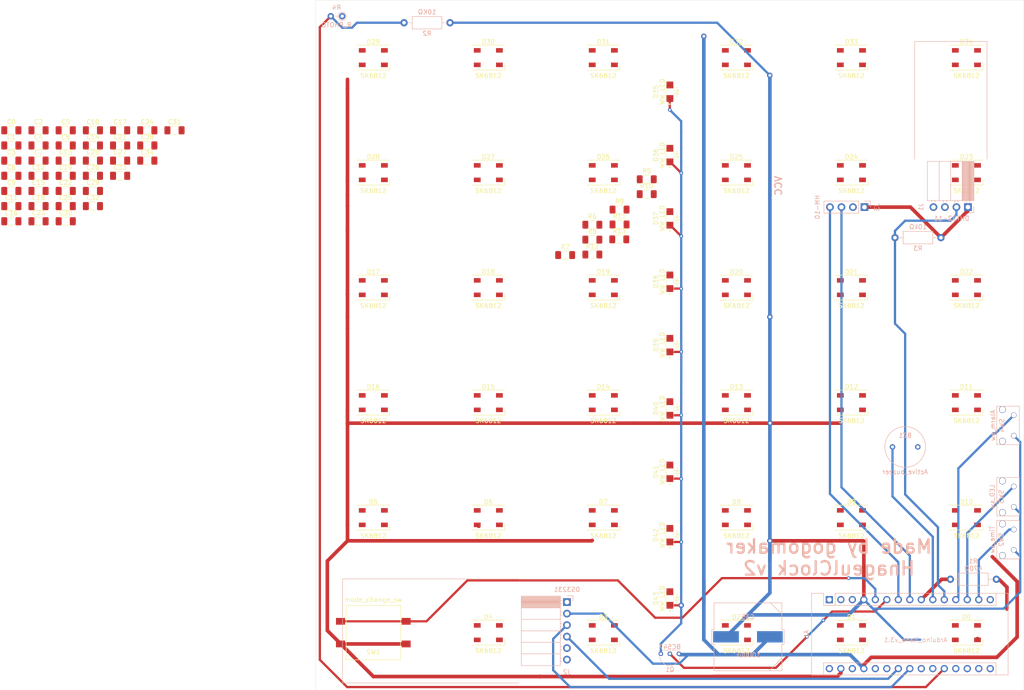
<source format=kicad_pcb>
(kicad_pcb (version 20171130) (host pcbnew "(5.1.10)-1")
  (layers (0 F.Cu signal) (31 B.Cu signal) (34 B.Paste user) (35 F.Paste user) (36 B.SilkS user) (37 F.SilkS user) (38 B.Mask user) (39 F.Mask user) (44 Edge.Cuts user))
  (net 0 "")
  (net 1 "Net-(A1-Pad1)")
  (net 2 "Net-(A1-Pad17)")
  (net 3 "Net-(A1-Pad2)")
  (net 4 "Net-(A1-Pad18)")
  (net 5 "Net-(A1-Pad3)")
  (net 6 "Net-(A1-Pad19)")
  (net 7 GND)
  (net 8 "Net-(A1-Pad20)")
  (net 9 "Net-(A1-Pad5)")
  (net 10 "Net-(A1-Pad21)")
  (net 11 "Net-(A1-Pad6)")
  (net 12 "Net-(A1-Pad22)")
  (net 13 "Net-(A1-Pad7)")
  (net 14 "Net-(A1-Pad23)")
  (net 15 "Net-(A1-Pad8)")
  (net 16 "Net-(A1-Pad24)")
  (net 17 "Net-(A1-Pad9)")
  (net 18 "Net-(A1-Pad25)")
  (net 19 "Net-(A1-Pad10)")
  (net 20 "Net-(A1-Pad26)")
  (net 21 "Net-(A1-Pad11)")
  (net 22 +5V)
  (net 23 "Net-(A1-Pad12)")
  (net 24 "Net-(A1-Pad28)")
  (net 25 "Net-(A1-Pad13)")
  (net 26 "Net-(A1-Pad14)")
  (net 27 "Net-(A1-Pad30)")
  (net 28 "Net-(A1-Pad15)")
  (net 29 "Net-(A1-Pad16)")
  (net 30 "Net-(D1-Pad4)")
  (net 31 "Net-(D10-Pad4)")
  (net 32 "Net-(D10-Pad2)")
  (net 33 "Net-(D35-Pad2)")
  (net 34 "Net-(J1-Pad3)")
  (net 35 "Net-(J2-Pad5)")
  (net 36 "Net-(J2-Pad6)")
  (net 37 "Net-(D0-Pad4)")
  (net 38 "Net-(D0-Pad2)")
  (net 39 "Net-(D2-Pad4)")
  (net 40 "Net-(D3-Pad4)")
  (net 41 "Net-(D4-Pad4)")
  (net 42 "Net-(D5-Pad4)")
  (net 43 "Net-(D6-Pad4)")
  (net 44 "Net-(D7-Pad4)")
  (net 45 "Net-(D8-Pad4)")
  (net 46 "Net-(D11-Pad4)")
  (net 47 "Net-(D12-Pad4)")
  (net 48 "Net-(D13-Pad4)")
  (net 49 "Net-(D14-Pad4)")
  (net 50 "Net-(D15-Pad4)")
  (net 51 "Net-(D16-Pad4)")
  (net 52 "Net-(D17-Pad4)")
  (net 53 "Net-(D18-Pad4)")
  (net 54 "Net-(D19-Pad4)")
  (net 55 "Net-(D20-Pad4)")
  (net 56 "Net-(D21-Pad4)")
  (net 57 "Net-(D22-Pad4)")
  (net 58 "Net-(D23-Pad4)")
  (net 59 "Net-(D24-Pad4)")
  (net 60 "Net-(D25-Pad4)")
  (net 61 "Net-(D26-Pad4)")
  (net 62 "Net-(D27-Pad4)")
  (net 63 "Net-(D28-Pad4)")
  (net 64 "Net-(D29-Pad4)")
  (net 65 "Net-(D30-Pad4)")
  (net 66 "Net-(D31-Pad4)")
  (net 67 "Net-(D32-Pad4)")
  (net 68 "Net-(D33-Pad4)")
  (net 69 "Net-(D34-Pad4)")
  (net 70 "Net-(D17-Pad1)")
  (net 71 "Net-(D18-Pad1)")
  (net 72 "Net-(D19-Pad1)")
  (net 73 "Net-(D20-Pad1)")
  (net 74 "Net-(D21-Pad1)")
  (net 75 "Net-(D22-Pad1)")
  (net 76 "Net-(D35-Pad1)")
  (net 77 "Net-(D36-Pad1)")
  (net 78 "Net-(D37-Pad1)")
  (net 79 "Net-(D38-Pad1)")
  (net 80 "Net-(D39-Pad1)")
  (net 81 "Net-(D40-Pad1)")
  (net 82 "Net-(D41-Pad1)")
  (net 83 "Net-(D42-Pad1)")
  (net 84 "Net-(D43-Pad1)")
  (module LED_SMD:LED_SK6812_PLCC4_5.0x5.0mm_P3.2mm (layer F.Cu) (at 38.125 12.7083)
    (fp_text reference D30 (at 0 -3.5) (layer F.SilkS))
    (fp_text value SK6812 (at 0 4) (layer F.SilkS))
    (pad 3 smd rect (at -2.45 -1.6) (size 1.5 1) (layers F.Cu F.Paste F.Mask) (net 22 +5V))
    (pad 4 smd rect (at -2.45 1.6) (size 1.5 1) (layers F.Cu F.Paste F.Mask) (net 65 "Net-(D30-Pad4)"))
    (pad 2 smd rect (at 2.45 -1.6) (size 1.5 1) (layers F.Cu F.Paste F.Mask) (net 64 "Net-(D29-Pad4)"))
    (pad 1 smd rect (at 2.45 1.6) (size 1.5 1) (layers F.Cu F.Paste F.Mask) (net 7 GND))
  )
  (module parts:PinSocket_1x04_P2.54mm_Horizontal (layer B.Cu) (at 136.5 45.75 270)
    (fp_text reference J1 (at 0 2.77 270) (layer B.SilkS) (effects (justify mirror)))
    (fp_text value DHT22-11 (at 2.5 -4) (layer B.SilkS) (effects (justify mirror)))
    (pad 1 thru_hole rect (at 0 -7.62 270) (size 1.7 1.7) (drill 1) (layers *.Cu *.Mask) (net 22 +5V))
    (pad 2 thru_hole oval (at 0 -5.08 270) (size 1.7 1.7) (drill 1) (layers *.Cu *.Mask) (net 21 "Net-(A1-Pad11)"))
    (pad 3 thru_hole oval (at 0 -2.54 270) (size 1.7 1.7) (drill 1) (layers *.Cu *.Mask) (net 34 "Net-(J1-Pad3)"))
    (pad 4 thru_hole circle (at 0 0 270) (size 1.7 1.7) (drill 1) (layers *.Cu *.Mask) (net 7 GND))
  )
  (module LED_SMD:LED_SK6812_PLCC4_5.0x5.0mm_P3.2mm (layer F.Cu) (at 118.375 12.7083)
    (fp_text reference D33 (at 0 -3.5) (layer F.SilkS))
    (fp_text value SK6812 (at 0 4) (layer F.SilkS))
    (pad 3 smd rect (at -2.45 -1.6) (size 1.5 1) (layers F.Cu F.Paste F.Mask) (net 22 +5V))
    (pad 4 smd rect (at -2.45 1.6) (size 1.5 1) (layers F.Cu F.Paste F.Mask) (net 68 "Net-(D33-Pad4)"))
    (pad 2 smd rect (at 2.45 -1.6) (size 1.5 1) (layers F.Cu F.Paste F.Mask) (net 67 "Net-(D32-Pad4)"))
    (pad 1 smd rect (at 2.45 1.6) (size 1.5 1) (layers F.Cu F.Paste F.Mask) (net 7 GND))
  )
  (module LED_SMD:LED_SK6812_PLCC4_5.0x5.0mm_P3.2mm (layer F.Cu) (at 92.9583 12.7083)
    (fp_text reference D32 (at 0 -3.5) (layer F.SilkS))
    (fp_text value SK6812 (at 0 4) (layer F.SilkS))
    (pad 3 smd rect (at -2.45 -1.6) (size 1.5 1) (layers F.Cu F.Paste F.Mask) (net 22 +5V))
    (pad 4 smd rect (at -2.45 1.6) (size 1.5 1) (layers F.Cu F.Paste F.Mask) (net 67 "Net-(D32-Pad4)"))
    (pad 2 smd rect (at 2.45 -1.6) (size 1.5 1) (layers F.Cu F.Paste F.Mask) (net 66 "Net-(D31-Pad4)"))
    (pad 1 smd rect (at 2.45 1.6) (size 1.5 1) (layers F.Cu F.Paste F.Mask) (net 7 GND))
  )
  (module LED_SMD:LED_SK6812_PLCC4_5.0x5.0mm_P3.2mm (layer F.Cu) (at 63.5417 12.7083)
    (fp_text reference D31 (at 0 -3.5) (layer F.SilkS))
    (fp_text value SK6812 (at 0 4) (layer F.SilkS))
    (pad 3 smd rect (at -2.45 -1.6) (size 1.5 1) (layers F.Cu F.Paste F.Mask) (net 22 +5V))
    (pad 4 smd rect (at -2.45 1.6) (size 1.5 1) (layers F.Cu F.Paste F.Mask) (net 66 "Net-(D31-Pad4)"))
    (pad 2 smd rect (at 2.45 -1.6) (size 1.5 1) (layers F.Cu F.Paste F.Mask) (net 65 "Net-(D30-Pad4)"))
    (pad 1 smd rect (at 2.45 1.6) (size 1.5 1) (layers F.Cu F.Paste F.Mask) (net 7 GND))
  )
  (module LED_SMD:LED_SK6812_PLCC4_5.0x5.0mm_P3.2mm (layer F.Cu) (at 12.7083 12.7083)
    (fp_text reference D29 (at 0 -3.5) (layer F.SilkS))
    (fp_text value SK6812 (at 0 4) (layer F.SilkS))
    (pad 3 smd rect (at -2.45 -1.6) (size 1.5 1) (layers F.Cu F.Paste F.Mask) (net 22 +5V))
    (pad 4 smd rect (at -2.45 1.6) (size 1.5 1) (layers F.Cu F.Paste F.Mask) (net 64 "Net-(D29-Pad4)"))
    (pad 2 smd rect (at 2.45 -1.6) (size 1.5 1) (layers F.Cu F.Paste F.Mask) (net 63 "Net-(D28-Pad4)"))
    (pad 1 smd rect (at 2.45 1.6) (size 1.5 1) (layers F.Cu F.Paste F.Mask) (net 7 GND))
  )
  (module LED_SMD:LED_SK6812_PLCC4_5.0x5.0mm_P3.2mm (layer F.Cu) (at 12.7083 38.125)
    (fp_text reference D28 (at 0 -3.5) (layer F.SilkS))
    (fp_text value SK6812 (at 0 4) (layer F.SilkS))
    (pad 3 smd rect (at -2.45 -1.6) (size 1.5 1) (layers F.Cu F.Paste F.Mask) (net 22 +5V))
    (pad 4 smd rect (at -2.45 1.6) (size 1.5 1) (layers F.Cu F.Paste F.Mask) (net 63 "Net-(D28-Pad4)"))
    (pad 2 smd rect (at 2.45 -1.6) (size 1.5 1) (layers F.Cu F.Paste F.Mask) (net 62 "Net-(D27-Pad4)"))
    (pad 1 smd rect (at 2.45 1.6) (size 1.5 1) (layers F.Cu F.Paste F.Mask) (net 7 GND))
  )
  (module LED_SMD:LED_SK6812_PLCC4_5.0x5.0mm_P3.2mm (layer F.Cu) (at 38.125 38.125)
    (fp_text reference D27 (at 0 -3.5) (layer F.SilkS))
    (fp_text value SK6812 (at 0 4) (layer F.SilkS))
    (pad 3 smd rect (at -2.45 -1.6) (size 1.5 1) (layers F.Cu F.Paste F.Mask) (net 22 +5V))
    (pad 4 smd rect (at -2.45 1.6) (size 1.5 1) (layers F.Cu F.Paste F.Mask) (net 62 "Net-(D27-Pad4)"))
    (pad 2 smd rect (at 2.45 -1.6) (size 1.5 1) (layers F.Cu F.Paste F.Mask) (net 61 "Net-(D26-Pad4)"))
    (pad 1 smd rect (at 2.45 1.6) (size 1.5 1) (layers F.Cu F.Paste F.Mask) (net 7 GND))
  )
  (module LED_SMD:LED_SK6812_PLCC4_5.0x5.0mm_P3.2mm (layer F.Cu) (at 63.5417 38.125)
    (fp_text reference D26 (at 0 -3.5) (layer F.SilkS))
    (fp_text value SK6812 (at 0 4) (layer F.SilkS))
    (pad 3 smd rect (at -2.45 -1.6) (size 1.5 1) (layers F.Cu F.Paste F.Mask) (net 22 +5V))
    (pad 4 smd rect (at -2.45 1.6) (size 1.5 1) (layers F.Cu F.Paste F.Mask) (net 61 "Net-(D26-Pad4)"))
    (pad 2 smd rect (at 2.45 -1.6) (size 1.5 1) (layers F.Cu F.Paste F.Mask) (net 60 "Net-(D25-Pad4)"))
    (pad 1 smd rect (at 2.45 1.6) (size 1.5 1) (layers F.Cu F.Paste F.Mask) (net 7 GND))
  )
  (module LED_SMD:LED_SK6812_PLCC4_5.0x5.0mm_P3.2mm (layer F.Cu) (at 92.9583 38.125)
    (fp_text reference D25 (at 0 -3.5) (layer F.SilkS))
    (fp_text value SK6812 (at 0 4) (layer F.SilkS))
    (pad 3 smd rect (at -2.45 -1.6) (size 1.5 1) (layers F.Cu F.Paste F.Mask) (net 22 +5V))
    (pad 4 smd rect (at -2.45 1.6) (size 1.5 1) (layers F.Cu F.Paste F.Mask) (net 60 "Net-(D25-Pad4)"))
    (pad 2 smd rect (at 2.45 -1.6) (size 1.5 1) (layers F.Cu F.Paste F.Mask) (net 59 "Net-(D24-Pad4)"))
    (pad 1 smd rect (at 2.45 1.6) (size 1.5 1) (layers F.Cu F.Paste F.Mask) (net 7 GND))
  )
  (module LED_SMD:LED_SK6812_PLCC4_5.0x5.0mm_P3.2mm (layer F.Cu) (at 118.375 38.125)
    (fp_text reference D24 (at 0 -3.5) (layer F.SilkS))
    (fp_text value SK6812 (at 0 4) (layer F.SilkS))
    (pad 3 smd rect (at -2.45 -1.6) (size 1.5 1) (layers F.Cu F.Paste F.Mask) (net 22 +5V))
    (pad 4 smd rect (at -2.45 1.6) (size 1.5 1) (layers F.Cu F.Paste F.Mask) (net 59 "Net-(D24-Pad4)"))
    (pad 2 smd rect (at 2.45 -1.6) (size 1.5 1) (layers F.Cu F.Paste F.Mask) (net 58 "Net-(D23-Pad4)"))
    (pad 1 smd rect (at 2.45 1.6) (size 1.5 1) (layers F.Cu F.Paste F.Mask) (net 7 GND))
  )
  (module LED_SMD:LED_SK6812_PLCC4_5.0x5.0mm_P3.2mm (layer F.Cu) (at 143.7917 38.125)
    (fp_text reference D23 (at 0 -3.5) (layer F.SilkS))
    (fp_text value SK6812 (at 0 4) (layer F.SilkS))
    (pad 3 smd rect (at -2.45 -1.6) (size 1.5 1) (layers F.Cu F.Paste F.Mask) (net 22 +5V))
    (pad 4 smd rect (at -2.45 1.6) (size 1.5 1) (layers F.Cu F.Paste F.Mask) (net 58 "Net-(D23-Pad4)"))
    (pad 2 smd rect (at 2.45 -1.6) (size 1.5 1) (layers F.Cu F.Paste F.Mask) (net 57 "Net-(D22-Pad4)"))
    (pad 1 smd rect (at 2.45 1.6) (size 1.5 1) (layers F.Cu F.Paste F.Mask) (net 7 GND))
  )
  (module LED_SMD:LED_SK6812_PLCC4_5.0x5.0mm_P3.2mm (layer F.Cu) (at 143.7917 63.5417)
    (fp_text reference D22 (at 0 -3.5) (layer F.SilkS))
    (fp_text value SK6812 (at 0 4) (layer F.SilkS))
    (pad 3 smd rect (at -2.45 -1.6) (size 1.5 1) (layers F.Cu F.Paste F.Mask) (net 22 +5V))
    (pad 4 smd rect (at -2.45 1.6) (size 1.5 1) (layers F.Cu F.Paste F.Mask) (net 57 "Net-(D22-Pad4)"))
    (pad 2 smd rect (at 2.45 -1.6) (size 1.5 1) (layers F.Cu F.Paste F.Mask) (net 56 "Net-(D21-Pad4)"))
    (pad 1 smd rect (at 2.45 1.6) (size 1.5 1) (layers F.Cu F.Paste F.Mask) (net 75 "Net-(D22-Pad1)"))
  )
  (module LED_SMD:LED_SK6812_PLCC4_5.0x5.0mm_P3.2mm (layer F.Cu) (at 118.375 63.5417)
    (fp_text reference D21 (at 0 -3.5) (layer F.SilkS))
    (fp_text value SK6812 (at 0 4) (layer F.SilkS))
    (pad 3 smd rect (at -2.45 -1.6) (size 1.5 1) (layers F.Cu F.Paste F.Mask) (net 22 +5V))
    (pad 4 smd rect (at -2.45 1.6) (size 1.5 1) (layers F.Cu F.Paste F.Mask) (net 56 "Net-(D21-Pad4)"))
    (pad 2 smd rect (at 2.45 -1.6) (size 1.5 1) (layers F.Cu F.Paste F.Mask) (net 55 "Net-(D20-Pad4)"))
    (pad 1 smd rect (at 2.45 1.6) (size 1.5 1) (layers F.Cu F.Paste F.Mask) (net 74 "Net-(D21-Pad1)"))
  )
  (module LED_SMD:LED_SK6812_PLCC4_5.0x5.0mm_P3.2mm (layer F.Cu) (at 92.9583 63.5417)
    (fp_text reference D20 (at 0 -3.5) (layer F.SilkS))
    (fp_text value SK6812 (at 0 4) (layer F.SilkS))
    (pad 3 smd rect (at -2.45 -1.6) (size 1.5 1) (layers F.Cu F.Paste F.Mask) (net 22 +5V))
    (pad 4 smd rect (at -2.45 1.6) (size 1.5 1) (layers F.Cu F.Paste F.Mask) (net 55 "Net-(D20-Pad4)"))
    (pad 2 smd rect (at 2.45 -1.6) (size 1.5 1) (layers F.Cu F.Paste F.Mask) (net 54 "Net-(D19-Pad4)"))
    (pad 1 smd rect (at 2.45 1.6) (size 1.5 1) (layers F.Cu F.Paste F.Mask) (net 73 "Net-(D20-Pad1)"))
  )
  (module LED_SMD:LED_SK6812_PLCC4_5.0x5.0mm_P3.2mm (layer F.Cu) (at 63.5417 63.5417)
    (fp_text reference D19 (at 0 -3.5) (layer F.SilkS))
    (fp_text value SK6812 (at 0 4) (layer F.SilkS))
    (pad 3 smd rect (at -2.45 -1.6) (size 1.5 1) (layers F.Cu F.Paste F.Mask) (net 22 +5V))
    (pad 4 smd rect (at -2.45 1.6) (size 1.5 1) (layers F.Cu F.Paste F.Mask) (net 54 "Net-(D19-Pad4)"))
    (pad 2 smd rect (at 2.45 -1.6) (size 1.5 1) (layers F.Cu F.Paste F.Mask) (net 53 "Net-(D18-Pad4)"))
    (pad 1 smd rect (at 2.45 1.6) (size 1.5 1) (layers F.Cu F.Paste F.Mask) (net 72 "Net-(D19-Pad1)"))
  )
  (module LED_SMD:LED_SK6812_PLCC4_5.0x5.0mm_P3.2mm (layer F.Cu) (at 38.125 63.5417)
    (fp_text reference D18 (at 0 -3.5) (layer F.SilkS))
    (fp_text value SK6812 (at 0 4) (layer F.SilkS))
    (pad 3 smd rect (at -2.45 -1.6) (size 1.5 1) (layers F.Cu F.Paste F.Mask) (net 22 +5V))
    (pad 4 smd rect (at -2.45 1.6) (size 1.5 1) (layers F.Cu F.Paste F.Mask) (net 53 "Net-(D18-Pad4)"))
    (pad 2 smd rect (at 2.45 -1.6) (size 1.5 1) (layers F.Cu F.Paste F.Mask) (net 52 "Net-(D17-Pad4)"))
    (pad 1 smd rect (at 2.45 1.6) (size 1.5 1) (layers F.Cu F.Paste F.Mask) (net 71 "Net-(D18-Pad1)"))
  )
  (module LED_SMD:LED_SK6812_PLCC4_5.0x5.0mm_P3.2mm (layer F.Cu) (at 12.7083 63.5417)
    (fp_text reference D17 (at 0 -3.5) (layer F.SilkS))
    (fp_text value SK6812 (at 0 4) (layer F.SilkS))
    (pad 3 smd rect (at -2.45 -1.6) (size 1.5 1) (layers F.Cu F.Paste F.Mask) (net 22 +5V))
    (pad 4 smd rect (at -2.45 1.6) (size 1.5 1) (layers F.Cu F.Paste F.Mask) (net 52 "Net-(D17-Pad4)"))
    (pad 2 smd rect (at 2.45 -1.6) (size 1.5 1) (layers F.Cu F.Paste F.Mask) (net 51 "Net-(D16-Pad4)"))
    (pad 1 smd rect (at 2.45 1.6) (size 1.5 1) (layers F.Cu F.Paste F.Mask) (net 70 "Net-(D17-Pad1)"))
  )
  (module LED_SMD:LED_SK6812_PLCC4_5.0x5.0mm_P3.2mm (layer F.Cu) (at 12.7083 88.9583)
    (fp_text reference D16 (at 0 -3.5) (layer F.SilkS))
    (fp_text value SK6812 (at 0 4) (layer F.SilkS))
    (pad 3 smd rect (at -2.45 -1.6) (size 1.5 1) (layers F.Cu F.Paste F.Mask) (net 22 +5V))
    (pad 4 smd rect (at -2.45 1.6) (size 1.5 1) (layers F.Cu F.Paste F.Mask) (net 51 "Net-(D16-Pad4)"))
    (pad 2 smd rect (at 2.45 -1.6) (size 1.5 1) (layers F.Cu F.Paste F.Mask) (net 50 "Net-(D15-Pad4)"))
    (pad 1 smd rect (at 2.45 1.6) (size 1.5 1) (layers F.Cu F.Paste F.Mask) (net 7 GND))
  )
  (module LED_SMD:LED_SK6812_PLCC4_5.0x5.0mm_P3.2mm (layer F.Cu) (at 38.125 88.9583)
    (fp_text reference D15 (at 0 -3.5) (layer F.SilkS))
    (fp_text value SK6812 (at 0 4) (layer F.SilkS))
    (pad 3 smd rect (at -2.45 -1.6) (size 1.5 1) (layers F.Cu F.Paste F.Mask) (net 22 +5V))
    (pad 4 smd rect (at -2.45 1.6) (size 1.5 1) (layers F.Cu F.Paste F.Mask) (net 50 "Net-(D15-Pad4)"))
    (pad 2 smd rect (at 2.45 -1.6) (size 1.5 1) (layers F.Cu F.Paste F.Mask) (net 49 "Net-(D14-Pad4)"))
    (pad 1 smd rect (at 2.45 1.6) (size 1.5 1) (layers F.Cu F.Paste F.Mask) (net 7 GND))
  )
  (module LED_SMD:LED_SK6812_PLCC4_5.0x5.0mm_P3.2mm (layer F.Cu) (at 63.5417 88.9583)
    (fp_text reference D14 (at 0 -3.5) (layer F.SilkS))
    (fp_text value SK6812 (at 0 4) (layer F.SilkS))
    (pad 3 smd rect (at -2.45 -1.6) (size 1.5 1) (layers F.Cu F.Paste F.Mask) (net 22 +5V))
    (pad 4 smd rect (at -2.45 1.6) (size 1.5 1) (layers F.Cu F.Paste F.Mask) (net 49 "Net-(D14-Pad4)"))
    (pad 2 smd rect (at 2.45 -1.6) (size 1.5 1) (layers F.Cu F.Paste F.Mask) (net 48 "Net-(D13-Pad4)"))
    (pad 1 smd rect (at 2.45 1.6) (size 1.5 1) (layers F.Cu F.Paste F.Mask) (net 7 GND))
  )
  (module LED_SMD:LED_SK6812_PLCC4_5.0x5.0mm_P3.2mm (layer F.Cu) (at 92.9583 88.9583)
    (fp_text reference D13 (at 0 -3.5) (layer F.SilkS))
    (fp_text value SK6812 (at 0 4) (layer F.SilkS))
    (pad 3 smd rect (at -2.45 -1.6) (size 1.5 1) (layers F.Cu F.Paste F.Mask) (net 22 +5V))
    (pad 4 smd rect (at -2.45 1.6) (size 1.5 1) (layers F.Cu F.Paste F.Mask) (net 48 "Net-(D13-Pad4)"))
    (pad 2 smd rect (at 2.45 -1.6) (size 1.5 1) (layers F.Cu F.Paste F.Mask) (net 47 "Net-(D12-Pad4)"))
    (pad 1 smd rect (at 2.45 1.6) (size 1.5 1) (layers F.Cu F.Paste F.Mask) (net 7 GND))
  )
  (module LED_SMD:LED_SK6812_PLCC4_5.0x5.0mm_P3.2mm (layer F.Cu) (at 118.375 88.9583)
    (fp_text reference D12 (at 0 -3.5) (layer F.SilkS))
    (fp_text value SK6812 (at 0 4) (layer F.SilkS))
    (pad 3 smd rect (at -2.45 -1.6) (size 1.5 1) (layers F.Cu F.Paste F.Mask) (net 22 +5V))
    (pad 4 smd rect (at -2.45 1.6) (size 1.5 1) (layers F.Cu F.Paste F.Mask) (net 47 "Net-(D12-Pad4)"))
    (pad 2 smd rect (at 2.45 -1.6) (size 1.5 1) (layers F.Cu F.Paste F.Mask) (net 46 "Net-(D11-Pad4)"))
    (pad 1 smd rect (at 2.45 1.6) (size 1.5 1) (layers F.Cu F.Paste F.Mask) (net 7 GND))
  )
  (module LED_SMD:LED_SK6812_PLCC4_5.0x5.0mm_P3.2mm (layer F.Cu) (at 143.7917 88.9583)
    (fp_text reference D11 (at 0 -3.5) (layer F.SilkS))
    (fp_text value SK6812 (at 0 4) (layer F.SilkS))
    (pad 3 smd rect (at -2.45 -1.6) (size 1.5 1) (layers F.Cu F.Paste F.Mask) (net 22 +5V))
    (pad 4 smd rect (at -2.45 1.6) (size 1.5 1) (layers F.Cu F.Paste F.Mask) (net 46 "Net-(D11-Pad4)"))
    (pad 2 smd rect (at 2.45 -1.6) (size 1.5 1) (layers F.Cu F.Paste F.Mask) (net 31 "Net-(D10-Pad4)"))
    (pad 1 smd rect (at 2.45 1.6) (size 1.5 1) (layers F.Cu F.Paste F.Mask) (net 7 GND))
  )
  (module LED_SMD:LED_SK6812_PLCC4_5.0x5.0mm_P3.2mm (layer F.Cu) (at 143.7917 114.375)
    (fp_text reference D10 (at 0 -3.5) (layer F.SilkS))
    (fp_text value SK6812 (at 0 4) (layer F.SilkS))
    (pad 3 smd rect (at -2.45 -1.6) (size 1.5 1) (layers F.Cu F.Paste F.Mask) (net 22 +5V))
    (pad 4 smd rect (at -2.45 1.6) (size 1.5 1) (layers F.Cu F.Paste F.Mask) (net 31 "Net-(D10-Pad4)"))
    (pad 2 smd rect (at 2.45 -1.6) (size 1.5 1) (layers F.Cu F.Paste F.Mask) (net 32 "Net-(D10-Pad2)"))
    (pad 1 smd rect (at 2.45 1.6) (size 1.5 1) (layers F.Cu F.Paste F.Mask) (net 7 GND))
  )
  (module LED_SMD:LED_SK6812_PLCC4_5.0x5.0mm_P3.2mm (layer F.Cu) (at 118.375 114.375)
    (fp_text reference D9 (at 0 -3.5) (layer F.SilkS))
    (fp_text value SK6812 (at 0 4) (layer F.SilkS))
    (pad 3 smd rect (at -2.45 -1.6) (size 1.5 1) (layers F.Cu F.Paste F.Mask) (net 22 +5V))
    (pad 4 smd rect (at -2.45 1.6) (size 1.5 1) (layers F.Cu F.Paste F.Mask) (net 32 "Net-(D10-Pad2)"))
    (pad 2 smd rect (at 2.45 -1.6) (size 1.5 1) (layers F.Cu F.Paste F.Mask) (net 45 "Net-(D8-Pad4)"))
    (pad 1 smd rect (at 2.45 1.6) (size 1.5 1) (layers F.Cu F.Paste F.Mask) (net 7 GND))
  )
  (module LED_SMD:LED_SK6812_PLCC4_5.0x5.0mm_P3.2mm (layer F.Cu) (at 92.9583 114.375)
    (fp_text reference D8 (at 0 -3.5) (layer F.SilkS))
    (fp_text value SK6812 (at 0 4) (layer F.SilkS))
    (pad 3 smd rect (at -2.45 -1.6) (size 1.5 1) (layers F.Cu F.Paste F.Mask) (net 22 +5V))
    (pad 4 smd rect (at -2.45 1.6) (size 1.5 1) (layers F.Cu F.Paste F.Mask) (net 45 "Net-(D8-Pad4)"))
    (pad 2 smd rect (at 2.45 -1.6) (size 1.5 1) (layers F.Cu F.Paste F.Mask) (net 44 "Net-(D7-Pad4)"))
    (pad 1 smd rect (at 2.45 1.6) (size 1.5 1) (layers F.Cu F.Paste F.Mask) (net 7 GND))
  )
  (module LED_SMD:LED_SK6812_PLCC4_5.0x5.0mm_P3.2mm (layer F.Cu) (at 63.5417 114.375)
    (fp_text reference D7 (at 0 -3.5) (layer F.SilkS))
    (fp_text value SK6812 (at 0 4) (layer F.SilkS))
    (pad 3 smd rect (at -2.45 -1.6) (size 1.5 1) (layers F.Cu F.Paste F.Mask) (net 22 +5V))
    (pad 4 smd rect (at -2.45 1.6) (size 1.5 1) (layers F.Cu F.Paste F.Mask) (net 44 "Net-(D7-Pad4)"))
    (pad 2 smd rect (at 2.45 -1.6) (size 1.5 1) (layers F.Cu F.Paste F.Mask) (net 43 "Net-(D6-Pad4)"))
    (pad 1 smd rect (at 2.45 1.6) (size 1.5 1) (layers F.Cu F.Paste F.Mask) (net 7 GND))
  )
  (module LED_SMD:LED_SK6812_PLCC4_5.0x5.0mm_P3.2mm (layer F.Cu) (at 38.125 114.375)
    (fp_text reference D6 (at 0 -3.5) (layer F.SilkS))
    (fp_text value SK6812 (at 0 4) (layer F.SilkS))
    (pad 3 smd rect (at -2.45 -1.6) (size 1.5 1) (layers F.Cu F.Paste F.Mask) (net 22 +5V))
    (pad 4 smd rect (at -2.45 1.6) (size 1.5 1) (layers F.Cu F.Paste F.Mask) (net 43 "Net-(D6-Pad4)"))
    (pad 2 smd rect (at 2.45 -1.6) (size 1.5 1) (layers F.Cu F.Paste F.Mask) (net 42 "Net-(D5-Pad4)"))
    (pad 1 smd rect (at 2.45 1.6) (size 1.5 1) (layers F.Cu F.Paste F.Mask) (net 7 GND))
  )
  (module LED_SMD:LED_SK6812_PLCC4_5.0x5.0mm_P3.2mm (layer F.Cu) (at 12.7083 114.375)
    (fp_text reference D5 (at 0 -3.5) (layer F.SilkS))
    (fp_text value SK6812 (at 0 4) (layer F.SilkS))
    (pad 3 smd rect (at -2.45 -1.6) (size 1.5 1) (layers F.Cu F.Paste F.Mask) (net 22 +5V))
    (pad 4 smd rect (at -2.45 1.6) (size 1.5 1) (layers F.Cu F.Paste F.Mask) (net 42 "Net-(D5-Pad4)"))
    (pad 2 smd rect (at 2.45 -1.6) (size 1.5 1) (layers F.Cu F.Paste F.Mask) (net 41 "Net-(D4-Pad4)"))
    (pad 1 smd rect (at 2.45 1.6) (size 1.5 1) (layers F.Cu F.Paste F.Mask) (net 7 GND))
  )
  (module LED_SMD:LED_SK6812_PLCC4_5.0x5.0mm_P3.2mm (layer F.Cu) (at 38.125 139.7917)
    (fp_text reference D4 (at 0 -3.5) (layer F.SilkS))
    (fp_text value SK6812 (at 0 4) (layer F.SilkS))
    (pad 3 smd rect (at -2.45 -1.6) (size 1.5 1) (layers F.Cu F.Paste F.Mask) (net 22 +5V))
    (pad 4 smd rect (at -2.45 1.6) (size 1.5 1) (layers F.Cu F.Paste F.Mask) (net 41 "Net-(D4-Pad4)"))
    (pad 2 smd rect (at 2.45 -1.6) (size 1.5 1) (layers F.Cu F.Paste F.Mask) (net 40 "Net-(D3-Pad4)"))
    (pad 1 smd rect (at 2.45 1.6) (size 1.5 1) (layers F.Cu F.Paste F.Mask) (net 7 GND))
  )
  (module LED_SMD:LED_SK6812_PLCC4_5.0x5.0mm_P3.2mm (layer F.Cu) (at 63.5417 139.7917)
    (fp_text reference D3 (at 0 -3.5) (layer F.SilkS))
    (fp_text value SK6812 (at 0 4) (layer F.SilkS))
    (pad 3 smd rect (at -2.45 -1.6) (size 1.5 1) (layers F.Cu F.Paste F.Mask) (net 22 +5V))
    (pad 4 smd rect (at -2.45 1.6) (size 1.5 1) (layers F.Cu F.Paste F.Mask) (net 40 "Net-(D3-Pad4)"))
    (pad 2 smd rect (at 2.45 -1.6) (size 1.5 1) (layers F.Cu F.Paste F.Mask) (net 39 "Net-(D2-Pad4)"))
    (pad 1 smd rect (at 2.45 1.6) (size 1.5 1) (layers F.Cu F.Paste F.Mask) (net 7 GND))
  )
  (module LED_SMD:LED_SK6812_PLCC4_5.0x5.0mm_P3.2mm (layer F.Cu) (at 92.9583 139.7917)
    (fp_text reference D2 (at 0 -3.5) (layer F.SilkS))
    (fp_text value SK6812 (at 0 4) (layer F.SilkS))
    (pad 3 smd rect (at -2.45 -1.6) (size 1.5 1) (layers F.Cu F.Paste F.Mask) (net 22 +5V))
    (pad 4 smd rect (at -2.45 1.6) (size 1.5 1) (layers F.Cu F.Paste F.Mask) (net 39 "Net-(D2-Pad4)"))
    (pad 2 smd rect (at 2.45 -1.6) (size 1.5 1) (layers F.Cu F.Paste F.Mask) (net 30 "Net-(D1-Pad4)"))
    (pad 1 smd rect (at 2.45 1.6) (size 1.5 1) (layers F.Cu F.Paste F.Mask) (net 7 GND))
  )
  (module LED_SMD:LED_SK6812_PLCC4_5.0x5.0mm_P3.2mm (layer F.Cu) (at 118.375 139.7917)
    (fp_text reference D1 (at 0 -3.5) (layer F.SilkS))
    (fp_text value SK6812 (at 0 4) (layer F.SilkS))
    (pad 3 smd rect (at -2.45 -1.6) (size 1.5 1) (layers F.Cu F.Paste F.Mask) (net 22 +5V))
    (pad 4 smd rect (at -2.45 1.6) (size 1.5 1) (layers F.Cu F.Paste F.Mask) (net 30 "Net-(D1-Pad4)"))
    (pad 2 smd rect (at 2.45 -1.6) (size 1.5 1) (layers F.Cu F.Paste F.Mask) (net 37 "Net-(D0-Pad4)"))
    (pad 1 smd rect (at 2.45 1.6) (size 1.5 1) (layers F.Cu F.Paste F.Mask) (net 7 GND))
  )
  (module LED_SMD:LED_SK6812_PLCC4_5.0x5.0mm_P3.2mm (layer F.Cu) (at 143.7917 139.7917)
    (fp_text reference D0 (at 0 -3.5) (layer F.SilkS))
    (fp_text value SK6812 (at 0 4) (layer F.SilkS))
    (pad 3 smd rect (at -2.45 -1.6) (size 1.5 1) (layers F.Cu F.Paste F.Mask) (net 22 +5V))
    (pad 4 smd rect (at -2.45 1.6) (size 1.5 1) (layers F.Cu F.Paste F.Mask) (net 37 "Net-(D0-Pad4)"))
    (pad 2 smd rect (at 2.45 -1.6) (size 1.5 1) (layers F.Cu F.Paste F.Mask) (net 38 "Net-(D0-Pad2)"))
    (pad 1 smd rect (at 2.45 1.6) (size 1.5 1) (layers F.Cu F.Paste F.Mask) (net 7 GND))
  )
  (module LED_SMD:LED_SK6812_PLCC4_5.0x5.0mm_P3.2mm (layer F.Cu) (at 143.7917 12.7083)
    (fp_text reference D34 (at 0 -3.5) (layer F.SilkS))
    (fp_text value SK6812 (at 0 4) (layer F.SilkS))
    (pad 3 smd rect (at -2.45 -1.6) (size 1.5 1) (layers F.Cu F.Paste F.Mask) (net 22 +5V))
    (pad 4 smd rect (at -2.45 1.6) (size 1.5 1) (layers F.Cu F.Paste F.Mask) (net 69 "Net-(D34-Pad4)"))
    (pad 2 smd rect (at 2.45 -1.6) (size 1.5 1) (layers F.Cu F.Paste F.Mask) (net 68 "Net-(D33-Pad4)"))
    (pad 1 smd rect (at 2.45 1.6) (size 1.5 1) (layers F.Cu F.Paste F.Mask) (net 7 GND))
  )
  (module parts:3216LED (layer F.Cu) (at 78.25 34.25 90)
    (fp_text reference D36 (at 0 -3.1 90) (layer F.SilkS))
    (fp_text value "WW LED" (at 0 -1.7 90) (layer F.SilkS))
    (pad 1 smd rect (at 1.5 0 90) (size 1.5 1.5) (layers F.Cu F.Paste F.Mask) (net 77 "Net-(D36-Pad1)"))
    (pad 2 smd rect (at -1.5 0 90) (size 1.5 1.5) (layers F.Cu F.Paste F.Mask) (net 33 "Net-(D35-Pad2)"))
  )
  (module parts:3216LED (layer F.Cu) (at 78.25 132.25 90)
    (fp_text reference D43 (at 0 -3.1 90) (layer F.SilkS))
    (fp_text value "WW LED" (at 0 -1.7 90) (layer F.SilkS))
    (pad 1 smd rect (at 1.5 0 90) (size 1.5 1.5) (layers F.Cu F.Paste F.Mask) (net 84 "Net-(D43-Pad1)"))
    (pad 2 smd rect (at -1.5 0 90) (size 1.5 1.5) (layers F.Cu F.Paste F.Mask) (net 33 "Net-(D35-Pad2)"))
  )
  (module parts:3216LED (layer F.Cu) (at 78.25 20.25 90)
    (fp_text reference D35 (at 0 -3.1 90) (layer F.SilkS))
    (fp_text value "WW LED" (at 0 -1.7 90) (layer F.SilkS))
    (pad 1 smd rect (at 1.5 0 90) (size 1.5 1.5) (layers F.Cu F.Paste F.Mask) (net 76 "Net-(D35-Pad1)"))
    (pad 2 smd rect (at -1.5 0 90) (size 1.5 1.5) (layers F.Cu F.Paste F.Mask) (net 33 "Net-(D35-Pad2)"))
  )
  (module parts:3216LED (layer F.Cu) (at 78.25 48.25 90)
    (fp_text reference D37 (at 0 -3.1 90) (layer F.SilkS))
    (fp_text value "WW LED" (at 0 -1.7 90) (layer F.SilkS))
    (pad 1 smd rect (at 1.5 0 90) (size 1.5 1.5) (layers F.Cu F.Paste F.Mask) (net 78 "Net-(D37-Pad1)"))
    (pad 2 smd rect (at -1.5 0 90) (size 1.5 1.5) (layers F.Cu F.Paste F.Mask) (net 33 "Net-(D35-Pad2)"))
  )
  (module parts:3216LED (layer F.Cu) (at 78.25 62.25 90)
    (fp_text reference D38 (at 0 -3.1 90) (layer F.SilkS))
    (fp_text value "WW LED" (at 0 -1.7 90) (layer F.SilkS))
    (pad 1 smd rect (at 1.5 0 90) (size 1.5 1.5) (layers F.Cu F.Paste F.Mask) (net 79 "Net-(D38-Pad1)"))
    (pad 2 smd rect (at -1.5 0 90) (size 1.5 1.5) (layers F.Cu F.Paste F.Mask) (net 33 "Net-(D35-Pad2)"))
  )
  (module parts:3216LED (layer F.Cu) (at 78.25 76.25 90)
    (fp_text reference D39 (at 0 -3.1 90) (layer F.SilkS))
    (fp_text value "WW LED" (at 0 -1.7 90) (layer F.SilkS))
    (pad 1 smd rect (at 1.5 0 90) (size 1.5 1.5) (layers F.Cu F.Paste F.Mask) (net 80 "Net-(D39-Pad1)"))
    (pad 2 smd rect (at -1.5 0 90) (size 1.5 1.5) (layers F.Cu F.Paste F.Mask) (net 33 "Net-(D35-Pad2)"))
  )
  (module parts:3216LED (layer F.Cu) (at 78.25 90.25 90)
    (fp_text reference D40 (at 0 -3.1 90) (layer F.SilkS))
    (fp_text value "WW LED" (at 0 -1.7 90) (layer F.SilkS))
    (pad 1 smd rect (at 1.5 0 90) (size 1.5 1.5) (layers F.Cu F.Paste F.Mask) (net 81 "Net-(D40-Pad1)"))
    (pad 2 smd rect (at -1.5 0 90) (size 1.5 1.5) (layers F.Cu F.Paste F.Mask) (net 33 "Net-(D35-Pad2)"))
  )
  (module parts:3216LED (layer F.Cu) (at 78.25 104.25 90)
    (fp_text reference D41 (at 0 -3.1 90) (layer F.SilkS))
    (fp_text value "WW LED" (at 0 -1.7 90) (layer F.SilkS))
    (pad 1 smd rect (at 1.5 0 90) (size 1.5 1.5) (layers F.Cu F.Paste F.Mask) (net 82 "Net-(D41-Pad1)"))
    (pad 2 smd rect (at -1.5 0 90) (size 1.5 1.5) (layers F.Cu F.Paste F.Mask) (net 33 "Net-(D35-Pad2)"))
  )
  (module parts:3216LED (layer F.Cu) (at 78.25 118.25 90)
    (fp_text reference D42 (at 0 -3.1 90) (layer F.SilkS))
    (fp_text value "WW LED" (at 0 -1.7 90) (layer F.SilkS))
    (pad 1 smd rect (at 1.5 0 90) (size 1.5 1.5) (layers F.Cu F.Paste F.Mask) (net 83 "Net-(D42-Pad1)"))
    (pad 2 smd rect (at -1.5 0 90) (size 1.5 1.5) (layers F.Cu F.Paste F.Mask) (net 33 "Net-(D35-Pad2)"))
  )
  (module parts:BC547 (layer B.Cu) (at 78.25 144.75 180)
    (fp_text reference Q1 (at 0 -3.2) (layer B.SilkS) (effects (justify mirror)))
    (fp_text value BC547 (at 0 1.8) (layer B.SilkS) (effects (justify mirror)))
    (pad 3 thru_hole circle (at 2 0.275 180) (size 1 1) (drill 0.55) (layers *.Cu *.Mask) (net 33 "Net-(D35-Pad2)"))
    (pad 2 thru_hole circle (at 0 0.275 180) (size 1 1) (drill 0.55) (layers *.Cu *.Mask) (net 11 "Net-(A1-Pad6)"))
    (pad 1 thru_hole circle (at -2 0.275 180) (size 1 1) (drill 0.55) (layers *.Cu *.Mask) (net 22 +5V))
  )
  (module parts:KLT_SW (layer B.Cu) (at 153 119.25 270)
    (fp_text reference SW2 (at 0 1.5 90) (layer B.SilkS) (effects (justify mirror)))
    (fp_text value Time_sw (at 0 3.5 90) (layer B.SilkS) (effects (justify mirror)))
    (pad "" thru_hole circle (at 3.5 1.25 270) (size 1.5 1.5) (drill 1.35) (layers *.Cu *.Mask))
    (pad "" thru_hole circle (at -3.5 1.25 270) (size 1.5 1.5) (drill 1.35) (layers *.Cu *.Mask))
    (pad 2 thru_hole circle (at 2.25 -1.25 270) (size 1.2 1.2) (drill 1.05) (layers *.Cu *.Mask) (net 7 GND))
    (pad 1 thru_hole circle (at -2.25 -1.25 270) (size 1.2 1.2) (drill 1.05) (layers *.Cu *.Mask) (net 26 "Net-(A1-Pad14)"))
  )
  (module parts:PinSocket_1x06_P2.54mm_Horizontal (layer B.Cu) (at 55.5 145.75)
    (fp_text reference J2 (at 0 2.77) (layer B.SilkS) (effects (justify mirror)))
    (fp_text value DS3231 (at 0 -15.47) (layer B.SilkS) (effects (justify mirror)))
    (pad 1 thru_hole rect (at 0 -12.7) (size 1.7 1.7) (drill 1) (layers *.Cu *.Mask) (net 7 GND))
    (pad 2 thru_hole oval (at 0 -10.16) (size 1.7 1.7) (drill 1) (layers *.Cu *.Mask) (net 22 +5V))
    (pad 3 thru_hole oval (at 0 -7.62) (size 1.7 1.7) (drill 1) (layers *.Cu *.Mask) (net 14 "Net-(A1-Pad23)"))
    (pad 4 thru_hole oval (at 0 -5.08) (size 1.7 1.7) (drill 1) (layers *.Cu *.Mask) (net 16 "Net-(A1-Pad24)"))
    (pad 5 thru_hole oval (at 0 -2.54) (size 1.7 1.7) (drill 1) (layers *.Cu *.Mask) (net 35 "Net-(J2-Pad5)"))
    (pad 6 thru_hole circle (at 0 0) (size 1.7 1.7) (drill 1) (layers *.Cu *.Mask) (net 36 "Net-(J2-Pad6)"))
  )
  (module Resistor_THT:R_Axial_DIN0207_L6.3mm_D2.5mm_P10.16mm_Horizontal (layer B.Cu) (at 140.25 128)
    (fp_text reference R1 (at 5 -4) (layer B.SilkS) (effects (justify mirror)))
    (fp_text value 470Ω (at 5.08 -2.37) (layer B.SilkS) (effects (justify mirror)))
    (pad 2 thru_hole oval (at 10.16 0) (size 1.6 1.6) (drill 0.8) (layers *.Cu *.Mask) (net 38 "Net-(D0-Pad2)"))
    (pad 1 thru_hole circle (at 0 0) (size 1.6 1.6) (drill 0.8) (layers *.Cu *.Mask) (net 17 "Net-(A1-Pad9)"))
  )
  (module Resistor_THT:R_Axial_DIN0207_L6.3mm_D2.5mm_P10.16mm_Horizontal (layer B.Cu) (at 19.5 5)
    (fp_text reference R2 (at 5.08 2.37) (layer B.SilkS) (effects (justify mirror)))
    (fp_text value 10KΩ (at 5.08 -2.37) (layer B.SilkS) (effects (justify mirror)))
    (pad 2 thru_hole oval (at 10.16 0) (size 1.6 1.6) (drill 0.8) (layers *.Cu *.Mask) (net 7 GND))
    (pad 1 thru_hole circle (at 0 0) (size 1.6 1.6) (drill 0.8) (layers *.Cu *.Mask) (net 8 "Net-(A1-Pad20)"))
  )
  (module Resistor_THT:R_Axial_DIN0207_L6.3mm_D2.5mm_P10.16mm_Horizontal (layer B.Cu) (at 128 52.5)
    (fp_text reference R3 (at 5.08 2.37) (layer B.SilkS) (effects (justify mirror)))
    (fp_text value 10kΩ (at 5.08 -2.37) (layer B.SilkS) (effects (justify mirror)))
    (pad 2 thru_hole oval (at 10.16 0) (size 1.6 1.6) (drill 0.8) (layers *.Cu *.Mask) (net 22 +5V))
    (pad 1 thru_hole circle (at 0 0) (size 1.6 1.6) (drill 0.8) (layers *.Cu *.Mask) (net 21 "Net-(A1-Pad11)"))
  )
  (module parts:C_K14 (layer B.Cu) (at 95.504 140.716)
    (fp_text reference C35 (at 0 -4.4) (layer B.SilkS) (effects (justify mirror)))
    (fp_text value 1000uF (at 0 4) (layer B.SilkS) (effects (justify mirror)))
    (pad 2 smd rect (at 4.85 0) (size 5.7 2.5) (layers B.Cu B.Paste B.Mask) (net 22 +5V))
    (pad 1 smd rect (at -4.85 0) (size 5.7 2.5) (layers B.Cu B.Paste B.Mask) (net 7 GND))
  )
  (module Module:Arduino_Nano (layer B.Cu) (at 113.5 132.5 270)
    (fp_text reference A1 (at 7.62 5.08 270) (layer B.SilkS) (effects (justify mirror)))
    (fp_text value Arduino_Nano_v3.1 (at 8.89 -19.05) (layer B.SilkS) (effects (font (thickness 0.12)) (justify mirror)))
    (pad 16 thru_hole oval (at 15.24 -35.56 270) (size 1.6 1.6) (drill 1) (layers *.Cu *.Mask) (net 29 "Net-(A1-Pad16)"))
    (pad 15 thru_hole oval (at 0 -35.56 270) (size 1.6 1.6) (drill 1) (layers *.Cu *.Mask) (net 28 "Net-(A1-Pad15)"))
    (pad 30 thru_hole oval (at 15.24 0 270) (size 1.6 1.6) (drill 1) (layers *.Cu *.Mask) (net 27 "Net-(A1-Pad30)"))
    (pad 14 thru_hole oval (at 0 -33.02 270) (size 1.6 1.6) (drill 1) (layers *.Cu *.Mask) (net 26 "Net-(A1-Pad14)"))
    (pad 29 thru_hole oval (at 15.24 -2.54 270) (size 1.6 1.6) (drill 1) (layers *.Cu *.Mask) (net 7 GND))
    (pad 13 thru_hole oval (at 0 -30.48 270) (size 1.6 1.6) (drill 1) (layers *.Cu *.Mask) (net 25 "Net-(A1-Pad13)"))
    (pad 28 thru_hole oval (at 15.24 -5.08 270) (size 1.6 1.6) (drill 1) (layers *.Cu *.Mask) (net 24 "Net-(A1-Pad28)"))
    (pad 12 thru_hole oval (at 0 -27.94 270) (size 1.6 1.6) (drill 1) (layers *.Cu *.Mask) (net 23 "Net-(A1-Pad12)"))
    (pad 27 thru_hole oval (at 15.24 -7.62 270) (size 1.6 1.6) (drill 1) (layers *.Cu *.Mask) (net 22 +5V))
    (pad 11 thru_hole oval (at 0 -25.4 270) (size 1.6 1.6) (drill 1) (layers *.Cu *.Mask) (net 21 "Net-(A1-Pad11)"))
    (pad 26 thru_hole oval (at 15.24 -10.16 270) (size 1.6 1.6) (drill 1) (layers *.Cu *.Mask) (net 20 "Net-(A1-Pad26)"))
    (pad 10 thru_hole oval (at 0 -22.86 270) (size 1.6 1.6) (drill 1) (layers *.Cu *.Mask) (net 19 "Net-(A1-Pad10)"))
    (pad 25 thru_hole oval (at 15.24 -12.7 270) (size 1.6 1.6) (drill 1) (layers *.Cu *.Mask) (net 18 "Net-(A1-Pad25)"))
    (pad 9 thru_hole oval (at 0 -20.32 270) (size 1.6 1.6) (drill 1) (layers *.Cu *.Mask) (net 17 "Net-(A1-Pad9)"))
    (pad 24 thru_hole oval (at 15.24 -15.24 270) (size 1.6 1.6) (drill 1) (layers *.Cu *.Mask) (net 16 "Net-(A1-Pad24)"))
    (pad 8 thru_hole oval (at 0 -17.78 270) (size 1.6 1.6) (drill 1) (layers *.Cu *.Mask) (net 15 "Net-(A1-Pad8)"))
    (pad 23 thru_hole oval (at 15.24 -17.78 270) (size 1.6 1.6) (drill 1) (layers *.Cu *.Mask) (net 14 "Net-(A1-Pad23)"))
    (pad 7 thru_hole oval (at 0 -15.24 270) (size 1.6 1.6) (drill 1) (layers *.Cu *.Mask) (net 13 "Net-(A1-Pad7)"))
    (pad 22 thru_hole oval (at 15.24 -20.32 270) (size 1.6 1.6) (drill 1) (layers *.Cu *.Mask) (net 12 "Net-(A1-Pad22)"))
    (pad 6 thru_hole oval (at 0 -12.7 270) (size 1.6 1.6) (drill 1) (layers *.Cu *.Mask) (net 11 "Net-(A1-Pad6)"))
    (pad 21 thru_hole oval (at 15.24 -22.86 270) (size 1.6 1.6) (drill 1) (layers *.Cu *.Mask) (net 10 "Net-(A1-Pad21)"))
    (pad 5 thru_hole oval (at 0 -10.16 270) (size 1.6 1.6) (drill 1) (layers *.Cu *.Mask) (net 9 "Net-(A1-Pad5)"))
    (pad 20 thru_hole oval (at 15.24 -25.4 270) (size 1.6 1.6) (drill 1) (layers *.Cu *.Mask) (net 8 "Net-(A1-Pad20)"))
    (pad 4 thru_hole oval (at 0 -7.62 270) (size 1.6 1.6) (drill 1) (layers *.Cu *.Mask) (net 7 GND))
    (pad 19 thru_hole oval (at 15.24 -27.94 270) (size 1.6 1.6) (drill 1) (layers *.Cu *.Mask) (net 6 "Net-(A1-Pad19)"))
    (pad 3 thru_hole oval (at 0 -5.08 270) (size 1.6 1.6) (drill 1) (layers *.Cu *.Mask) (net 5 "Net-(A1-Pad3)"))
    (pad 18 thru_hole oval (at 15.24 -30.48 270) (size 1.6 1.6) (drill 1) (layers *.Cu *.Mask) (net 4 "Net-(A1-Pad18)"))
    (pad 2 thru_hole oval (at 0 -2.54 270) (size 1.6 1.6) (drill 1) (layers *.Cu *.Mask) (net 3 "Net-(A1-Pad2)"))
    (pad 17 thru_hole oval (at 15.24 -33.02 270) (size 1.6 1.6) (drill 1) (layers *.Cu *.Mask) (net 2 "Net-(A1-Pad17)"))
    (pad 1 thru_hole rect (at 0 0 270) (size 1.6 1.6) (drill 1) (layers *.Cu *.Mask) (net 1 "Net-(A1-Pad1)"))
  )
  (module parts:buzzer (layer B.Cu) (at 130.25 98.75)
    (fp_text reference BZ1 (at 0 -2.54) (layer B.SilkS) (effects (justify mirror)))
    (fp_text value Active_buzzer (at 0 5.517) (layer B.SilkS) (effects (justify mirror)))
    (pad 2 thru_hole circle (at 2.8 0) (size 1.2 1.2) (drill 0.65) (layers *.Cu *.Mask) (net 7 GND))
    (pad 1 thru_hole circle (at -2.8 0) (size 1.2 1.2) (drill 0.65) (layers *.Cu *.Mask) (net 19 "Net-(A1-Pad10)"))
  )
  (module Resistor_THT:R_Axial_DIN0204_L3.6mm_D1.6mm_P2.54mm_Vertical (layer B.Cu) (at 5.842 3.556 180)
    (fp_text reference R4 (at 1.27 1.92) (layer B.SilkS) (effects (justify mirror)))
    (fp_text value R_PHOTO (at 1.27 -1.92) (layer B.SilkS) (effects (justify mirror)))
    (pad 2 thru_hole oval (at 2.54 0 180) (size 1.4 1.4) (drill 0.7) (layers *.Cu *.Mask) (net 8 "Net-(A1-Pad20)"))
    (pad 1 thru_hole circle (at 0 0 180) (size 1.4 1.4) (drill 0.7) (layers *.Cu *.Mask) (net 22 +5V))
  )
  (module parts:SMDbutton (layer F.Cu) (at 12.7083 139.7917)
    (fp_text reference SW1 (at 0 4.3) (layer F.SilkS))
    (fp_text value mode_change_sw (at 0 -7.2917) (layer F.SilkS))
    (pad 2 smd rect (at 7.25 2.5) (size 2 1.5) (layers F.Cu F.Paste F.Mask) (net 7 GND))
    (pad 1 smd rect (at 7.25 -2.5) (size 2 1.5) (layers F.Cu F.Paste F.Mask) (net 9 "Net-(A1-Pad5)"))
    (pad 2 smd rect (at -7.25 2.5) (size 2 1.5) (layers F.Cu F.Paste F.Mask) (net 7 GND))
    (pad 1 smd rect (at -7.25 -2.5) (size 2 1.5) (layers F.Cu F.Paste F.Mask) (net 9 "Net-(A1-Pad5)"))
  )
  (module parts:KLT_SW (layer B.Cu) (at 153 109.75 270)
    (fp_text reference SW3 (at 0 1.5 270) (layer B.SilkS) (effects (justify mirror)))
    (fp_text value LED_sw (at 0 3.5 270) (layer B.SilkS) (effects (justify mirror)))
    (pad "" thru_hole circle (at 3.5 1.25 270) (size 1.5 1.5) (drill 1.35) (layers *.Cu *.Mask))
    (pad "" thru_hole circle (at -3.5 1.25 270) (size 1.5 1.5) (drill 1.35) (layers *.Cu *.Mask))
    (pad 2 thru_hole circle (at 2.25 -1.25 270) (size 1.2 1.2) (drill 1.05) (layers *.Cu *.Mask) (net 7 GND))
    (pad 1 thru_hole circle (at -2.25 -1.25 270) (size 1.2 1.2) (drill 1.05) (layers *.Cu *.Mask) (net 25 "Net-(A1-Pad13)"))
  )
  (module parts:KLT_SW (layer B.Cu) (at 153 94 270)
    (fp_text reference SW4 (at 0 1.360001 270) (layer B.SilkS) (effects (justify mirror)))
    (fp_text value Alarm_sw (at 0 3.360001 270) (layer B.SilkS) (effects (justify mirror)))
    (pad "" thru_hole circle (at 3.5 1.25 270) (size 1.5 1.5) (drill 1.35) (layers *.Cu *.Mask))
    (pad "" thru_hole circle (at -3.5 1.25 270) (size 1.5 1.5) (drill 1.35) (layers *.Cu *.Mask))
    (pad 2 thru_hole circle (at 2.25 -1.25 270) (size 1.2 1.2) (drill 1.05) (layers *.Cu *.Mask) (net 7 GND))
    (pad 1 thru_hole circle (at -2.25 -1.25 270) (size 1.2 1.2) (drill 1.05) (layers *.Cu *.Mask) (net 23 "Net-(A1-Pad12)"))
  )
  (module Connector_PinSocket_2.54mm:PinSocket_1x04_P2.54mm_Vertical (layer B.Cu) (at 121.25 45.75 90)
    (fp_text reference J3 (at 0 2.77 90) (layer B.SilkS) (effects (justify mirror)))
    (fp_text value HM-10 (at 0 -10.39 90) (layer B.SilkS) (effects (justify mirror)))
    (pad 4 thru_hole oval (at 0 -7.62 90) (size 1.7 1.7) (drill 1) (layers *.Cu *.Mask) (net 13 "Net-(A1-Pad7)"))
    (pad 3 thru_hole oval (at 0 -5.08 90) (size 1.7 1.7) (drill 1) (layers *.Cu *.Mask) (net 15 "Net-(A1-Pad8)"))
    (pad 2 thru_hole oval (at 0 -2.54 90) (size 1.7 1.7) (drill 1) (layers *.Cu *.Mask) (net 7 GND))
    (pad 1 thru_hole rect (at 0 0 90) (size 1.7 1.7) (drill 1) (layers *.Cu *.Mask) (net 22 +5V))
  )
  (module Capacitor_SMD:C_1206_3216Metric_Pad1.33x1.80mm_HandSolder (layer F.Cu) (at -67.294999 28.775001)
    (fp_text reference C0 (at 0 -1.85) (layer F.SilkS))
    (fp_text value 100nF)
    (pad 2 smd roundrect (at 1.5625 0) (size 1.325 1.8) (layers F.Cu F.Paste F.Mask) (roundrect_rratio 0.188679) (net 22 +5V))
    (pad 1 smd roundrect (at -1.5625 0) (size 1.325 1.8) (layers F.Cu F.Paste F.Mask) (roundrect_rratio 0.188679) (net 7 GND))
  )
  (module Capacitor_SMD:C_1206_3216Metric_Pad1.33x1.80mm_HandSolder (layer F.Cu) (at -67.294999 32.125001)
    (fp_text reference C1 (at 0 -1.85) (layer F.SilkS))
    (fp_text value 100nF)
    (pad 2 smd roundrect (at 1.5625 0) (size 1.325 1.8) (layers F.Cu F.Paste F.Mask) (roundrect_rratio 0.188679) (net 22 +5V))
    (pad 1 smd roundrect (at -1.5625 0) (size 1.325 1.8) (layers F.Cu F.Paste F.Mask) (roundrect_rratio 0.188679) (net 7 GND))
  )
  (module Capacitor_SMD:C_1206_3216Metric_Pad1.33x1.80mm_HandSolder (layer F.Cu) (at -61.284999 28.775001)
    (fp_text reference C2 (at 0 -1.85) (layer F.SilkS))
    (fp_text value 100nF)
    (pad 2 smd roundrect (at 1.5625 0) (size 1.325 1.8) (layers F.Cu F.Paste F.Mask) (roundrect_rratio 0.188679) (net 22 +5V))
    (pad 1 smd roundrect (at -1.5625 0) (size 1.325 1.8) (layers F.Cu F.Paste F.Mask) (roundrect_rratio 0.188679) (net 7 GND))
  )
  (module Capacitor_SMD:C_1206_3216Metric_Pad1.33x1.80mm_HandSolder (layer F.Cu) (at -67.294999 35.475001)
    (fp_text reference C3 (at 0 -1.85) (layer F.SilkS))
    (fp_text value 100nF)
    (pad 2 smd roundrect (at 1.5625 0) (size 1.325 1.8) (layers F.Cu F.Paste F.Mask) (roundrect_rratio 0.188679) (net 22 +5V))
    (pad 1 smd roundrect (at -1.5625 0) (size 1.325 1.8) (layers F.Cu F.Paste F.Mask) (roundrect_rratio 0.188679) (net 7 GND))
  )
  (module Capacitor_SMD:C_1206_3216Metric_Pad1.33x1.80mm_HandSolder (layer F.Cu) (at -61.284999 32.125001)
    (fp_text reference C4 (at 0 -1.85) (layer F.SilkS))
    (fp_text value 100nF)
    (pad 2 smd roundrect (at 1.5625 0) (size 1.325 1.8) (layers F.Cu F.Paste F.Mask) (roundrect_rratio 0.188679) (net 22 +5V))
    (pad 1 smd roundrect (at -1.5625 0) (size 1.325 1.8) (layers F.Cu F.Paste F.Mask) (roundrect_rratio 0.188679) (net 7 GND))
  )
  (module Capacitor_SMD:C_1206_3216Metric_Pad1.33x1.80mm_HandSolder (layer F.Cu) (at -55.274999 28.775001)
    (fp_text reference C5 (at 0 -1.85) (layer F.SilkS))
    (fp_text value 100nF)
    (pad 2 smd roundrect (at 1.5625 0) (size 1.325 1.8) (layers F.Cu F.Paste F.Mask) (roundrect_rratio 0.188679) (net 22 +5V))
    (pad 1 smd roundrect (at -1.5625 0) (size 1.325 1.8) (layers F.Cu F.Paste F.Mask) (roundrect_rratio 0.188679) (net 7 GND))
  )
  (module Capacitor_SMD:C_1206_3216Metric_Pad1.33x1.80mm_HandSolder (layer F.Cu) (at -67.294999 38.825001)
    (fp_text reference C6 (at 0 -1.85) (layer F.SilkS))
    (fp_text value 100nF)
    (pad 2 smd roundrect (at 1.5625 0) (size 1.325 1.8) (layers F.Cu F.Paste F.Mask) (roundrect_rratio 0.188679) (net 22 +5V))
    (pad 1 smd roundrect (at -1.5625 0) (size 1.325 1.8) (layers F.Cu F.Paste F.Mask) (roundrect_rratio 0.188679) (net 7 GND))
  )
  (module Capacitor_SMD:C_1206_3216Metric_Pad1.33x1.80mm_HandSolder (layer F.Cu) (at -61.284999 35.475001)
    (fp_text reference C7 (at 0 -1.85) (layer F.SilkS))
    (fp_text value 100nF)
    (pad 2 smd roundrect (at 1.5625 0) (size 1.325 1.8) (layers F.Cu F.Paste F.Mask) (roundrect_rratio 0.188679) (net 22 +5V))
    (pad 1 smd roundrect (at -1.5625 0) (size 1.325 1.8) (layers F.Cu F.Paste F.Mask) (roundrect_rratio 0.188679) (net 7 GND))
  )
  (module Capacitor_SMD:C_1206_3216Metric_Pad1.33x1.80mm_HandSolder (layer F.Cu) (at -55.274999 32.125001)
    (fp_text reference C8 (at 0 -1.85) (layer F.SilkS))
    (fp_text value 100nF)
    (pad 2 smd roundrect (at 1.5625 0) (size 1.325 1.8) (layers F.Cu F.Paste F.Mask) (roundrect_rratio 0.188679) (net 22 +5V))
    (pad 1 smd roundrect (at -1.5625 0) (size 1.325 1.8) (layers F.Cu F.Paste F.Mask) (roundrect_rratio 0.188679) (net 7 GND))
  )
  (module Capacitor_SMD:C_1206_3216Metric_Pad1.33x1.80mm_HandSolder (layer F.Cu) (at -67.294999 42.175001)
    (fp_text reference C9 (at 0 -1.85) (layer F.SilkS))
    (fp_text value 100nF)
    (pad 2 smd roundrect (at 1.5625 0) (size 1.325 1.8) (layers F.Cu F.Paste F.Mask) (roundrect_rratio 0.188679) (net 22 +5V))
    (pad 1 smd roundrect (at -1.5625 0) (size 1.325 1.8) (layers F.Cu F.Paste F.Mask) (roundrect_rratio 0.188679) (net 7 GND))
  )
  (module Capacitor_SMD:C_1206_3216Metric_Pad1.33x1.80mm_HandSolder (layer F.Cu) (at -49.264999 28.775001)
    (fp_text reference C10 (at 0 -1.85) (layer F.SilkS))
    (fp_text value 100nF)
    (pad 2 smd roundrect (at 1.5625 0) (size 1.325 1.8) (layers F.Cu F.Paste F.Mask) (roundrect_rratio 0.188679) (net 22 +5V))
    (pad 1 smd roundrect (at -1.5625 0) (size 1.325 1.8) (layers F.Cu F.Paste F.Mask) (roundrect_rratio 0.188679) (net 7 GND))
  )
  (module Capacitor_SMD:C_1206_3216Metric_Pad1.33x1.80mm_HandSolder (layer F.Cu) (at -67.294999 45.525001)
    (fp_text reference C11 (at 0 -1.85) (layer F.SilkS))
    (fp_text value 100nF)
    (pad 2 smd roundrect (at 1.5625 0) (size 1.325 1.8) (layers F.Cu F.Paste F.Mask) (roundrect_rratio 0.188679) (net 22 +5V))
    (pad 1 smd roundrect (at -1.5625 0) (size 1.325 1.8) (layers F.Cu F.Paste F.Mask) (roundrect_rratio 0.188679) (net 7 GND))
  )
  (module Capacitor_SMD:C_1206_3216Metric_Pad1.33x1.80mm_HandSolder (layer F.Cu) (at -61.284999 38.825001)
    (fp_text reference C12 (at 0 -1.85) (layer F.SilkS))
    (fp_text value 100nF)
    (pad 2 smd roundrect (at 1.5625 0) (size 1.325 1.8) (layers F.Cu F.Paste F.Mask) (roundrect_rratio 0.188679) (net 22 +5V))
    (pad 1 smd roundrect (at -1.5625 0) (size 1.325 1.8) (layers F.Cu F.Paste F.Mask) (roundrect_rratio 0.188679) (net 7 GND))
  )
  (module Capacitor_SMD:C_1206_3216Metric_Pad1.33x1.80mm_HandSolder (layer F.Cu) (at -55.274999 35.475001)
    (fp_text reference C13 (at 0 -1.85) (layer F.SilkS))
    (fp_text value 100nF)
    (pad 2 smd roundrect (at 1.5625 0) (size 1.325 1.8) (layers F.Cu F.Paste F.Mask) (roundrect_rratio 0.188679) (net 22 +5V))
    (pad 1 smd roundrect (at -1.5625 0) (size 1.325 1.8) (layers F.Cu F.Paste F.Mask) (roundrect_rratio 0.188679) (net 7 GND))
  )
  (module Capacitor_SMD:C_1206_3216Metric_Pad1.33x1.80mm_HandSolder (layer F.Cu) (at -49.264999 32.125001)
    (fp_text reference C14 (at 0 -1.85) (layer F.SilkS))
    (fp_text value 100nF)
    (pad 2 smd roundrect (at 1.5625 0) (size 1.325 1.8) (layers F.Cu F.Paste F.Mask) (roundrect_rratio 0.188679) (net 22 +5V))
    (pad 1 smd roundrect (at -1.5625 0) (size 1.325 1.8) (layers F.Cu F.Paste F.Mask) (roundrect_rratio 0.188679) (net 7 GND))
  )
  (module Capacitor_SMD:C_1206_3216Metric_Pad1.33x1.80mm_HandSolder (layer F.Cu) (at -61.284999 42.175001)
    (fp_text reference C15 (at 0 -1.85) (layer F.SilkS))
    (fp_text value 100nF)
    (pad 2 smd roundrect (at 1.5625 0) (size 1.325 1.8) (layers F.Cu F.Paste F.Mask) (roundrect_rratio 0.188679) (net 22 +5V))
    (pad 1 smd roundrect (at -1.5625 0) (size 1.325 1.8) (layers F.Cu F.Paste F.Mask) (roundrect_rratio 0.188679) (net 7 GND))
  )
  (module Capacitor_SMD:C_1206_3216Metric_Pad1.33x1.80mm_HandSolder (layer F.Cu) (at -67.294999 48.875001)
    (fp_text reference C16 (at 0 -1.85) (layer F.SilkS))
    (fp_text value 100nF)
    (pad 2 smd roundrect (at 1.5625 0) (size 1.325 1.8) (layers F.Cu F.Paste F.Mask) (roundrect_rratio 0.188679) (net 22 +5V))
    (pad 1 smd roundrect (at -1.5625 0) (size 1.325 1.8) (layers F.Cu F.Paste F.Mask) (roundrect_rratio 0.188679) (net 7 GND))
  )
  (module Capacitor_SMD:C_1206_3216Metric_Pad1.33x1.80mm_HandSolder (layer F.Cu) (at -43.254999 28.775001)
    (fp_text reference C17 (at 0 -1.85) (layer F.SilkS))
    (fp_text value 100nF)
    (pad 2 smd roundrect (at 1.5625 0) (size 1.325 1.8) (layers F.Cu F.Paste F.Mask) (roundrect_rratio 0.188679) (net 22 +5V))
    (pad 1 smd roundrect (at -1.5625 0) (size 1.325 1.8) (layers F.Cu F.Paste F.Mask) (roundrect_rratio 0.188679) (net 7 GND))
  )
  (module Capacitor_SMD:C_1206_3216Metric_Pad1.33x1.80mm_HandSolder (layer F.Cu) (at -61.284999 45.525001)
    (fp_text reference C18 (at 0 -1.85) (layer F.SilkS))
    (fp_text value 100nF)
    (pad 2 smd roundrect (at 1.5625 0) (size 1.325 1.8) (layers F.Cu F.Paste F.Mask) (roundrect_rratio 0.188679) (net 22 +5V))
    (pad 1 smd roundrect (at -1.5625 0) (size 1.325 1.8) (layers F.Cu F.Paste F.Mask) (roundrect_rratio 0.188679) (net 7 GND))
  )
  (module Capacitor_SMD:C_1206_3216Metric_Pad1.33x1.80mm_HandSolder (layer F.Cu) (at -55.274999 38.825001)
    (fp_text reference C19 (at 0 -1.85) (layer F.SilkS))
    (fp_text value 100nF)
    (pad 2 smd roundrect (at 1.5625 0) (size 1.325 1.8) (layers F.Cu F.Paste F.Mask) (roundrect_rratio 0.188679) (net 22 +5V))
    (pad 1 smd roundrect (at -1.5625 0) (size 1.325 1.8) (layers F.Cu F.Paste F.Mask) (roundrect_rratio 0.188679) (net 7 GND))
  )
  (module Capacitor_SMD:C_1206_3216Metric_Pad1.33x1.80mm_HandSolder (layer F.Cu) (at -49.264999 35.475001)
    (fp_text reference C20 (at 0 -1.85) (layer F.SilkS))
    (fp_text value 100nF)
    (pad 2 smd roundrect (at 1.5625 0) (size 1.325 1.8) (layers F.Cu F.Paste F.Mask) (roundrect_rratio 0.188679) (net 22 +5V))
    (pad 1 smd roundrect (at -1.5625 0) (size 1.325 1.8) (layers F.Cu F.Paste F.Mask) (roundrect_rratio 0.188679) (net 7 GND))
  )
  (module Capacitor_SMD:C_1206_3216Metric_Pad1.33x1.80mm_HandSolder (layer F.Cu) (at -43.254999 32.125001)
    (fp_text reference C21 (at 0 -1.85) (layer F.SilkS))
    (fp_text value 100nF)
    (pad 2 smd roundrect (at 1.5625 0) (size 1.325 1.8) (layers F.Cu F.Paste F.Mask) (roundrect_rratio 0.188679) (net 22 +5V))
    (pad 1 smd roundrect (at -1.5625 0) (size 1.325 1.8) (layers F.Cu F.Paste F.Mask) (roundrect_rratio 0.188679) (net 7 GND))
  )
  (module Capacitor_SMD:C_1206_3216Metric_Pad1.33x1.80mm_HandSolder (layer F.Cu) (at -55.274999 42.175001)
    (fp_text reference C22 (at 0 -1.85) (layer F.SilkS))
    (fp_text value 100nF)
    (pad 2 smd roundrect (at 1.5625 0) (size 1.325 1.8) (layers F.Cu F.Paste F.Mask) (roundrect_rratio 0.188679) (net 22 +5V))
    (pad 1 smd roundrect (at -1.5625 0) (size 1.325 1.8) (layers F.Cu F.Paste F.Mask) (roundrect_rratio 0.188679) (net 7 GND))
  )
  (module Capacitor_SMD:C_1206_3216Metric_Pad1.33x1.80mm_HandSolder (layer F.Cu) (at -61.284999 48.875001)
    (fp_text reference C23 (at 0 -1.85) (layer F.SilkS))
    (fp_text value 100nF)
    (pad 2 smd roundrect (at 1.5625 0) (size 1.325 1.8) (layers F.Cu F.Paste F.Mask) (roundrect_rratio 0.188679) (net 22 +5V))
    (pad 1 smd roundrect (at -1.5625 0) (size 1.325 1.8) (layers F.Cu F.Paste F.Mask) (roundrect_rratio 0.188679) (net 7 GND))
  )
  (module Capacitor_SMD:C_1206_3216Metric_Pad1.33x1.80mm_HandSolder (layer F.Cu) (at -37.244999 28.775001)
    (fp_text reference C24 (at 0 -1.85) (layer F.SilkS))
    (fp_text value 100nF)
    (pad 2 smd roundrect (at 1.5625 0) (size 1.325 1.8) (layers F.Cu F.Paste F.Mask) (roundrect_rratio 0.188679) (net 22 +5V))
    (pad 1 smd roundrect (at -1.5625 0) (size 1.325 1.8) (layers F.Cu F.Paste F.Mask) (roundrect_rratio 0.188679) (net 7 GND))
  )
  (module Capacitor_SMD:C_1206_3216Metric_Pad1.33x1.80mm_HandSolder (layer F.Cu) (at -55.274999 45.525001)
    (fp_text reference C25 (at 0 -1.85) (layer F.SilkS))
    (fp_text value 100nF)
    (pad 2 smd roundrect (at 1.5625 0) (size 1.325 1.8) (layers F.Cu F.Paste F.Mask) (roundrect_rratio 0.188679) (net 22 +5V))
    (pad 1 smd roundrect (at -1.5625 0) (size 1.325 1.8) (layers F.Cu F.Paste F.Mask) (roundrect_rratio 0.188679) (net 7 GND))
  )
  (module Capacitor_SMD:C_1206_3216Metric_Pad1.33x1.80mm_HandSolder (layer F.Cu) (at -49.264999 38.825001)
    (fp_text reference C26 (at 0 -1.85) (layer F.SilkS))
    (fp_text value 100nF)
    (pad 2 smd roundrect (at 1.5625 0) (size 1.325 1.8) (layers F.Cu F.Paste F.Mask) (roundrect_rratio 0.188679) (net 22 +5V))
    (pad 1 smd roundrect (at -1.5625 0) (size 1.325 1.8) (layers F.Cu F.Paste F.Mask) (roundrect_rratio 0.188679) (net 7 GND))
  )
  (module Capacitor_SMD:C_1206_3216Metric_Pad1.33x1.80mm_HandSolder (layer F.Cu) (at -43.254999 35.475001)
    (fp_text reference C27 (at 0 -1.85) (layer F.SilkS))
    (fp_text value 100nF)
    (pad 2 smd roundrect (at 1.5625 0) (size 1.325 1.8) (layers F.Cu F.Paste F.Mask) (roundrect_rratio 0.188679) (net 22 +5V))
    (pad 1 smd roundrect (at -1.5625 0) (size 1.325 1.8) (layers F.Cu F.Paste F.Mask) (roundrect_rratio 0.188679) (net 7 GND))
  )
  (module Capacitor_SMD:C_1206_3216Metric_Pad1.33x1.80mm_HandSolder (layer F.Cu) (at -37.244999 32.125001)
    (fp_text reference C28 (at 0 -1.85) (layer F.SilkS))
    (fp_text value 100nF)
    (pad 2 smd roundrect (at 1.5625 0) (size 1.325 1.8) (layers F.Cu F.Paste F.Mask) (roundrect_rratio 0.188679) (net 22 +5V))
    (pad 1 smd roundrect (at -1.5625 0) (size 1.325 1.8) (layers F.Cu F.Paste F.Mask) (roundrect_rratio 0.188679) (net 7 GND))
  )
  (module Capacitor_SMD:C_1206_3216Metric_Pad1.33x1.80mm_HandSolder (layer F.Cu) (at -49.264999 42.175001)
    (fp_text reference C29 (at 0 -1.85) (layer F.SilkS))
    (fp_text value 100nF)
    (pad 2 smd roundrect (at 1.5625 0) (size 1.325 1.8) (layers F.Cu F.Paste F.Mask) (roundrect_rratio 0.188679) (net 22 +5V))
    (pad 1 smd roundrect (at -1.5625 0) (size 1.325 1.8) (layers F.Cu F.Paste F.Mask) (roundrect_rratio 0.188679) (net 7 GND))
  )
  (module Capacitor_SMD:C_1206_3216Metric_Pad1.33x1.80mm_HandSolder (layer F.Cu) (at -55.274999 48.875001)
    (fp_text reference C30 (at 0 -1.85) (layer F.SilkS))
    (fp_text value 100nF)
    (pad 2 smd roundrect (at 1.5625 0) (size 1.325 1.8) (layers F.Cu F.Paste F.Mask) (roundrect_rratio 0.188679) (net 22 +5V))
    (pad 1 smd roundrect (at -1.5625 0) (size 1.325 1.8) (layers F.Cu F.Paste F.Mask) (roundrect_rratio 0.188679) (net 7 GND))
  )
  (module Capacitor_SMD:C_1206_3216Metric_Pad1.33x1.80mm_HandSolder (layer F.Cu) (at -31.234999 28.775001)
    (fp_text reference C31 (at 0 -1.85) (layer F.SilkS))
    (fp_text value 100nF)
    (pad 2 smd roundrect (at 1.5625 0) (size 1.325 1.8) (layers F.Cu F.Paste F.Mask) (roundrect_rratio 0.188679) (net 22 +5V))
    (pad 1 smd roundrect (at -1.5625 0) (size 1.325 1.8) (layers F.Cu F.Paste F.Mask) (roundrect_rratio 0.188679) (net 7 GND))
  )
  (module Capacitor_SMD:C_1206_3216Metric_Pad1.33x1.80mm_HandSolder (layer F.Cu) (at -49.264999 45.525001)
    (fp_text reference C32 (at 0 -1.85) (layer F.SilkS))
    (fp_text value 100nF)
    (pad 2 smd roundrect (at 1.5625 0) (size 1.325 1.8) (layers F.Cu F.Paste F.Mask) (roundrect_rratio 0.188679) (net 22 +5V))
    (pad 1 smd roundrect (at -1.5625 0) (size 1.325 1.8) (layers F.Cu F.Paste F.Mask) (roundrect_rratio 0.188679) (net 7 GND))
  )
  (module Capacitor_SMD:C_1206_3216Metric_Pad1.33x1.80mm_HandSolder (layer F.Cu) (at -43.254999 38.825001)
    (fp_text reference C33 (at 0 -1.85) (layer F.SilkS))
    (fp_text value 100nF)
    (pad 2 smd roundrect (at 1.5625 0) (size 1.325 1.8) (layers F.Cu F.Paste F.Mask) (roundrect_rratio 0.188679) (net 22 +5V))
    (pad 1 smd roundrect (at -1.5625 0) (size 1.325 1.8) (layers F.Cu F.Paste F.Mask) (roundrect_rratio 0.188679) (net 7 GND))
  )
  (module Capacitor_SMD:C_1206_3216Metric_Pad1.33x1.80mm_HandSolder (layer F.Cu) (at -37.244999 35.475001)
    (fp_text reference C34 (at 0 -1.85) (layer F.SilkS))
    (fp_text value 100nF)
    (pad 2 smd roundrect (at 1.5625 0) (size 1.325 1.8) (layers F.Cu F.Paste F.Mask) (roundrect_rratio 0.188679) (net 22 +5V))
    (pad 1 smd roundrect (at -1.5625 0) (size 1.325 1.8) (layers F.Cu F.Paste F.Mask) (roundrect_rratio 0.188679) (net 7 GND))
  )
  (module Resistor_SMD:R_1206_3216Metric_Pad1.30x1.75mm_HandSolder (layer F.Cu) (at 73.135001 39.595001)
    (fp_text reference R5 (at 0 -1.82) (layer F.SilkS))
    (fp_text value 110Ω)
    (pad 2 smd roundrect (at 1.55 0) (size 1.3 1.75) (layers F.Cu F.Paste F.Mask) (roundrect_rratio 0.192308) (net 7 GND))
    (pad 1 smd roundrect (at -1.55 0) (size 1.3 1.75) (layers F.Cu F.Paste F.Mask) (roundrect_rratio 0.192308) (net 76 "Net-(D35-Pad1)"))
  )
  (module Resistor_SMD:R_1206_3216Metric_Pad1.30x1.75mm_HandSolder (layer F.Cu) (at 61.115001 49.645001)
    (fp_text reference R6 (at 0 -1.82) (layer F.SilkS))
    (fp_text value 110Ω)
    (pad 2 smd roundrect (at 1.55 0) (size 1.3 1.75) (layers F.Cu F.Paste F.Mask) (roundrect_rratio 0.192308) (net 7 GND))
    (pad 1 smd roundrect (at -1.55 0) (size 1.3 1.75) (layers F.Cu F.Paste F.Mask) (roundrect_rratio 0.192308) (net 77 "Net-(D36-Pad1)"))
  )
  (module Resistor_SMD:R_1206_3216Metric_Pad1.30x1.75mm_HandSolder (layer F.Cu) (at 55.105001 56.345001)
    (fp_text reference R7 (at 0 -1.82) (layer F.SilkS))
    (fp_text value 110Ω)
    (pad 2 smd roundrect (at 1.55 0) (size 1.3 1.75) (layers F.Cu F.Paste F.Mask) (roundrect_rratio 0.192308) (net 7 GND))
    (pad 1 smd roundrect (at -1.55 0) (size 1.3 1.75) (layers F.Cu F.Paste F.Mask) (roundrect_rratio 0.192308) (net 78 "Net-(D37-Pad1)"))
  )
  (module Resistor_SMD:R_1206_3216Metric_Pad1.30x1.75mm_HandSolder (layer F.Cu) (at 61.115001 52.935001)
    (fp_text reference R8 (at 0 -1.82) (layer F.SilkS))
    (fp_text value 110Ω)
    (pad 2 smd roundrect (at 1.55 0) (size 1.3 1.75) (layers F.Cu F.Paste F.Mask) (roundrect_rratio 0.192308) (net 7 GND))
    (pad 1 smd roundrect (at -1.55 0) (size 1.3 1.75) (layers F.Cu F.Paste F.Mask) (roundrect_rratio 0.192308) (net 79 "Net-(D38-Pad1)"))
  )
  (module Resistor_SMD:R_1206_3216Metric_Pad1.30x1.75mm_HandSolder (layer F.Cu) (at 67.125001 46.295001)
    (fp_text reference R9 (at 0 -1.82) (layer F.SilkS))
    (fp_text value 110Ω)
    (pad 2 smd roundrect (at 1.55 0) (size 1.3 1.75) (layers F.Cu F.Paste F.Mask) (roundrect_rratio 0.192308) (net 7 GND))
    (pad 1 smd roundrect (at -1.55 0) (size 1.3 1.75) (layers F.Cu F.Paste F.Mask) (roundrect_rratio 0.192308) (net 80 "Net-(D39-Pad1)"))
  )
  (module Resistor_SMD:R_1206_3216Metric_Pad1.30x1.75mm_HandSolder (layer F.Cu) (at 73.135001 42.885001)
    (fp_text reference R10 (at 0 -1.82) (layer F.SilkS))
    (fp_text value 110Ω)
    (pad 2 smd roundrect (at 1.55 0) (size 1.3 1.75) (layers F.Cu F.Paste F.Mask) (roundrect_rratio 0.192308) (net 7 GND))
    (pad 1 smd roundrect (at -1.55 0) (size 1.3 1.75) (layers F.Cu F.Paste F.Mask) (roundrect_rratio 0.192308) (net 81 "Net-(D40-Pad1)"))
  )
  (module Resistor_SMD:R_1206_3216Metric_Pad1.30x1.75mm_HandSolder (layer F.Cu) (at 67.125001 49.585001)
    (fp_text reference R11 (at 0 -1.82) (layer F.SilkS))
    (fp_text value 110Ω)
    (pad 2 smd roundrect (at 1.55 0) (size 1.3 1.75) (layers F.Cu F.Paste F.Mask) (roundrect_rratio 0.192308) (net 7 GND))
    (pad 1 smd roundrect (at -1.55 0) (size 1.3 1.75) (layers F.Cu F.Paste F.Mask) (roundrect_rratio 0.192308) (net 82 "Net-(D41-Pad1)"))
  )
  (module Resistor_SMD:R_1206_3216Metric_Pad1.30x1.75mm_HandSolder (layer F.Cu) (at 61.115001 56.225001)
    (fp_text reference R12 (at 0 -1.82) (layer F.SilkS))
    (fp_text value 110Ω)
    (pad 2 smd roundrect (at 1.55 0) (size 1.3 1.75) (layers F.Cu F.Paste F.Mask) (roundrect_rratio 0.192308) (net 7 GND))
    (pad 1 smd roundrect (at -1.55 0) (size 1.3 1.75) (layers F.Cu F.Paste F.Mask) (roundrect_rratio 0.192308) (net 83 "Net-(D42-Pad1)"))
  )
  (module Resistor_SMD:R_1206_3216Metric_Pad1.30x1.75mm_HandSolder (layer F.Cu) (at 67.065001 52.875001)
    (fp_text reference R13 (at 0 -1.82) (layer F.SilkS))
    (fp_text value 110Ω)
    (pad 2 smd roundrect (at 1.55 0) (size 1.3 1.75) (layers F.Cu F.Paste F.Mask) (roundrect_rratio 0.192308) (net 7 GND))
    (pad 1 smd roundrect (at -1.55 0) (size 1.3 1.75) (layers F.Cu F.Paste F.Mask) (roundrect_rratio 0.192308) (net 84 "Net-(D43-Pad1)"))
  )
  (gr_text "Made by gogomaker\nHnageulClock v2" (at 113.411 123.19) (layer B.SilkS) (effects (font (size 3 3) (thickness 0.5)) (justify mirror)))
  (gr_text VCC (at 102.25 41 90) (layer B.SilkS) (effects (font (size 1.5 1.5) (thickness 0.3)) (justify mirror)))
  (gr_line (start 0 152.5) (end 0 0) (layer Edge.Cuts) (width 0.05))
  (gr_line (start 156.5 0) (end 156.5 152.5) (layer Edge.Cuts) (width 0.05))
  (gr_line (start 0 152.5) (end 156.5 152.5) (layer Edge.Cuts) (width 0.05))
  (gr_line (start 0 0) (end 156.5 0) (layer Edge.Cuts) (width 0.05))
  (segment (start 7 65) (end 7 70) (width 0.8) (layer F.Cu) (net 7))
  (segment (start 7 43) (end 7 45.5) (width 0.8) (layer F.Cu) (net 7))
  (segment (start 7 70) (end 7 72.5) (width 0.8) (layer F.Cu) (net 7))
  (segment (start 7 40) (end 7 43) (width 0.8) (layer F.Cu) (net 7))
  (segment (start 7 19.5) (end 7 40) (width 0.8) (layer F.Cu) (net 7))
  (segment (start 7 90.75) (end 7 93.5) (width 0.8) (layer F.Cu) (net 7))
  (segment (start 7 72.5) (end 7 90.75) (width 0.8) (layer F.Cu) (net 7))
  (segment (start 7 93.5) (end 35.5 93.5) (width 0.8) (layer F.Cu) (net 7))
  (segment (start 35.5 93.5) (end 61.25 93.5) (width 0.8) (layer F.Cu) (net 7))
  (segment (start 78.25 93.5) (end 90.75 93.5) (width 0.8) (layer F.Cu) (net 7))
  (segment (start 115.925 93.425) (end 116 93.5) (width 0.8) (layer F.Cu) (net 7))
  (segment (start 90.75 93.5) (end 100.38 93.5) (width 0.8) (layer F.Cu) (net 7))
  (segment (start 61.0917 119.4083) (end 61 119.5) (width 0.8) (layer F.Cu) (net 7))
  (segment (start 36 116.3) (end 35.675 115.975) (width 0.8) (layer F.Cu) (net 43))
  (segment (start 7 119.5) (end 36 119.5) (width 0.8) (layer F.Cu) (net 7))
  (segment (start 36 119.5) (end 61 119.5) (width 0.8) (layer F.Cu) (net 7))
  (segment (start 7 116) (end 7 119.5) (width 0.8) (layer F.Cu) (net 7))
  (segment (start 7 93.5) (end 7 116) (width 0.8) (layer F.Cu) (net 7))
  (segment (start 70 93.5) (end 78.25 93.5) (width 0.8) (layer F.Cu) (net 7))
  (segment (start 61.25 93.5) (end 70 93.5) (width 0.8) (layer F.Cu) (net 7))
  (segment (start 5.4583 142.2917) (end 19.9583 142.2917) (width 0.8) (layer F.Cu) (net 7))
  (segment (start 121.12 119.62) (end 121 119.5) (width 0.8) (layer F.Cu) (net 7))
  (segment (start 116 119.5) (end 121 119.5) (width 0.8) (layer F.Cu) (net 7))
  (segment (start 123.12 134.5) (end 152 134.5) (width 0.5) (layer B.Cu) (net 7))
  (segment (start 152 134.5) (end 155.67499 130.82501) (width 0.5) (layer B.Cu) (net 7))
  (segment (start 121.12 129.63) (end 121.12 119.62) (width 0.8) (layer F.Cu) (net 7))
  (segment (start 121.12 132.5) (end 121.12 129.63) (width 0.8) (layer F.Cu) (net 7))
  (segment (start 49.5 149.5) (end 49.5 149.5) (width 0.8) (layer F.Cu) (net 7))
  (segment (start 49.5 149.5) (end 49.5 149.5) (width 0.8) (layer F.Cu) (net 7))
  (segment (start 115.25 149.5) (end 116.04 148.71) (width 0.8) (layer F.Cu) (net 7))
  (segment (start 88 149.5) (end 115.25 149.5) (width 0.8) (layer F.Cu) (net 7))
  (segment (start 116.04 148.71) (end 116.04 147.74) (width 0.8) (layer F.Cu) (net 7))
  (segment (start 154.25 112) (end 155.67499 113.42499) (width 0.5) (layer B.Cu) (net 7))
  (segment (start 155.67499 97.67499) (end 154.25 96.25) (width 0.5) (layer B.Cu) (net 7))
  (segment (start 155.57501 122.82501) (end 155.67499 122.82501) (width 0.5) (layer B.Cu) (net 7))
  (segment (start 154.25 121.5) (end 155.57501 122.82501) (width 0.5) (layer B.Cu) (net 7))
  (segment (start 155.67499 122.82501) (end 155.67499 97.67499) (width 0.5) (layer B.Cu) (net 7))
  (segment (start 155.67499 130.82501) (end 155.67499 122.82501) (width 0.5) (layer B.Cu) (net 7))
  (segment (start 100.38 93.5) (end 116 93.5) (width 0.8) (layer F.Cu) (net 7))
  (segment (start 100.35 119.5) (end 116 119.5) (width 0.8) (layer F.Cu) (net 7))
  (segment (start 78.5 74.5) (end 78.25 74.75) (width 0.5) (layer F.Cu) (net 80))
  (segment (start 90.5083 14.3083) (end 90.4667 14.3083) (width 0.8) (layer F.Cu) (net 67))
  (segment (start 61.0917 14.3083) (end 61.0917 14.3463) (width 0.8) (layer F.Cu) (net 66))
  (segment (start 7 50.912) (end 7 65) (width 0.8) (layer F.Cu) (net 7))
  (segment (start 7 45.5) (end 7 50.912) (width 0.8) (layer F.Cu) (net 7))
  (segment (start 78.25 74.75) (end 78.25 74.694) (width 0.5) (layer F.Cu) (net 80))
  (segment (start 61.0917 141.3917) (end 61.1277 141.3917) (width 0.8) (layer F.Cu) (net 40))
  (segment (start 126.8583 138.2383) (end 121.12 132.5) (width 0.5) (layer B.Cu) (net 7))
  (segment (start 121.12 132.5) (end 129.971 141.351) (width 0.5) (layer B.Cu) (net 7))
  (segment (start 129.971 141.351) (end 133.604 141.351) (width 0.5) (layer B.Cu) (net 7))
  (segment (start 118.873 134.747) (end 121.12 132.5) (width 0.8) (layer B.Cu) (net 7))
  (segment (start 90.654 140.716) (end 90.932 140.716) (width 0.8) (layer B.Cu) (net 7))
  (segment (start 7 17.511) (end 7 19.5) (width 0.8) (layer F.Cu) (net 7))
  (segment (start 7 17.511) (end 7 17.462) (width 0.5) (layer F.Cu) (net 7))
  (segment (start 100.35 43.02) (end 100.35 16.65) (width 0.8) (layer B.Cu) (net 7))
  (via (at 100.35 70.01) (size 1.2) (drill 0.6) (layers F.Cu B.Cu) (net 7))
  (segment (start 100.35 70.01) (end 100.35 43.02) (width 0.8) (layer B.Cu) (net 7))
  (via (at 100.38 93.5) (size 1.2) (drill 0.6) (layers F.Cu B.Cu) (net 7))
  (via (at 100.35 119.5) (size 1.2) (drill 0.6) (layers F.Cu B.Cu) (net 7))
  (segment (start 100.35 123.972) (end 100.35 70.01) (width 0.8) (layer B.Cu) (net 7))
  (segment (start 100.35 119.5) (end 100.35 131.02) (width 0.8) (layer B.Cu) (net 7))
  (segment (start 95.738999 135.870999) (end 95.619 135.751) (width 0.8) (layer B.Cu) (net 7))
  (segment (start 117.749001 135.870999) (end 95.738999 135.870999) (width 0.8) (layer B.Cu) (net 7))
  (segment (start 121.12 132.5) (end 117.749001 135.870999) (width 0.8) (layer B.Cu) (net 7))
  (segment (start 95.619 135.751) (end 90.654 140.716) (width 0.8) (layer B.Cu) (net 7))
  (segment (start 100.35 131.02) (end 95.619 135.751) (width 0.8) (layer B.Cu) (net 7))
  (segment (start 49.5 149.5) (end 115.25 149.5) (width 0.8) (layer F.Cu) (net 7))
  (segment (start 88.7 5) (end 100.3335 16.6335) (width 0.5) (layer B.Cu) (net 7))
  (segment (start 29.66 5) (end 88.7 5) (width 0.5) (layer B.Cu) (net 7))
  (segment (start 100.3335 16.6335) (end 100.35 16.65) (width 0.5) (layer B.Cu) (net 7))
  (via (at 100.3335 16.6335) (size 1.2) (drill 0.6) (layers F.Cu B.Cu) (net 7))
  (segment (start 5.4583 142.2917) (end 5.4583 142.2373) (width 0.8) (layer F.Cu) (net 7))
  (segment (start 5.4583 142.2373) (end 2.54 139.319) (width 0.8) (layer F.Cu) (net 7))
  (segment (start 2.54 123.96) (end 7 119.5) (width 0.8) (layer F.Cu) (net 7))
  (segment (start 2.54 139.319) (end 2.54 123.96) (width 0.8) (layer F.Cu) (net 7))
  (segment (start 5.5127 142.2917) (end 12.721 149.5) (width 0.8) (layer F.Cu) (net 7))
  (segment (start 5.4583 142.2917) (end 5.5127 142.2917) (width 0.8) (layer F.Cu) (net 7))
  (segment (start 12.721 149.5) (end 49.5 149.5) (width 0.8) (layer F.Cu) (net 7))
  (segment (start 19.5 5) (end 9.097 5) (width 0.5) (layer B.Cu) (net 8))
  (segment (start 9.097 5) (end 8.001 6.096) (width 0.5) (layer B.Cu) (net 8))
  (segment (start 5.842 6.096) (end 3.302 3.556) (width 0.5) (layer B.Cu) (net 8))
  (segment (start 8.001 6.096) (end 5.842 6.096) (width 0.5) (layer B.Cu) (net 8))
  (segment (start 3.302 3.556) (end 0.889 5.969) (width 0.5) (layer F.Cu) (net 8))
  (segment (start 0.889 145.796) (end 6.91799 151.82499) (width 0.5) (layer F.Cu) (net 8))
  (segment (start 0.889 5.969) (end 0.889 145.796) (width 0.5) (layer F.Cu) (net 8))
  (segment (start 134.81501 151.82499) (end 138.9 147.74) (width 0.5) (layer F.Cu) (net 8))
  (segment (start 6.91799 151.82499) (end 134.81501 151.82499) (width 0.5) (layer F.Cu) (net 8))
  (segment (start 5.4583 137.2917) (end 19.9583 137.2917) (width 0.5) (layer F.Cu) (net 9))
  (segment (start 19.9583 137.2917) (end 24.4583 137.2917) (width 0.5) (layer F.Cu) (net 9))
  (segment (start 24.4583 137.2917) (end 33.5 128.25) (width 0.5) (layer F.Cu) (net 9))
  (segment (start 33.5 128.25) (end 66.75 128.25) (width 0.5) (layer F.Cu) (net 9))
  (segment (start 66.75 128.25) (end 75 136.5) (width 0.5) (layer F.Cu) (net 9))
  (segment (start 75 136.5) (end 81 136.5) (width 0.5) (layer F.Cu) (net 9))
  (segment (start 81 136.5) (end 89.75 127.75) (width 0.5) (layer F.Cu) (net 9))
  (segment (start 89.75 127.75) (end 117.75 127.75) (width 0.5) (layer F.Cu) (net 9))
  (segment (start 117.75 127.75) (end 117.75 127.75) (width 0.5) (layer F.Cu) (net 9))
  (via (at 117.75 127.75) (size 0.8) (drill 0.4) (layers F.Cu B.Cu) (net 9))
  (segment (start 117.75 127.75) (end 121.25 127.75) (width 0.5) (layer B.Cu) (net 9))
  (segment (start 123.66 130.16) (end 123.66 132.5) (width 0.5) (layer B.Cu) (net 9))
  (segment (start 121.25 127.75) (end 123.66 130.16) (width 0.5) (layer B.Cu) (net 9))
  (segment (start 108.534 140.716) (end 108.534 140.716) (width 0.5) (layer B.Cu) (net 11))
  (via (at 108.534 140.716) (size 0.8) (drill 0.4) (layers F.Cu B.Cu) (net 11))
  (segment (start 112.179 137.071) (end 108.534 140.716) (width 0.5) (layer B.Cu) (net 11))
  (via (at 112.179 137.071) (size 0.8) (drill 0.4) (layers F.Cu B.Cu) (net 11))
  (segment (start 126.2 132.5) (end 123.572 135.128) (width 0.5) (layer F.Cu) (net 11))
  (segment (start 114.122 135.128) (end 112.179 137.071) (width 0.5) (layer F.Cu) (net 11))
  (segment (start 123.572 135.128) (end 114.122 135.128) (width 0.5) (layer F.Cu) (net 11))
  (segment (start 78.25 144.475) (end 81.349 147.574) (width 0.5) (layer F.Cu) (net 11))
  (segment (start 101.676 147.574) (end 108.534 140.716) (width 0.5) (layer F.Cu) (net 11))
  (segment (start 81.349 147.574) (end 101.676 147.574) (width 0.5) (layer F.Cu) (net 11))
  (segment (start 113.63 45.75) (end 113.63 109.13) (width 0.5) (layer B.Cu) (net 13))
  (segment (start 128.74 124.24) (end 128.74 132.5) (width 0.5) (layer B.Cu) (net 13))
  (segment (start 55.5 138.13) (end 52.451 141.179) (width 0.5) (layer B.Cu) (net 14))
  (segment (start 52.451 148.082) (end 56.19399 151.82499) (width 0.5) (layer B.Cu) (net 14))
  (segment (start 52.451 141.179) (end 52.451 148.082) (width 0.5) (layer B.Cu) (net 14))
  (segment (start 127.19501 151.82499) (end 131.28 147.74) (width 0.5) (layer B.Cu) (net 14))
  (segment (start 56.19399 151.82499) (end 127.19501 151.82499) (width 0.5) (layer B.Cu) (net 14))
  (segment (start 116.17 45.75) (end 116.17 107.67) (width 0.5) (layer B.Cu) (net 15))
  (segment (start 131.28 122.78) (end 131.28 132.5) (width 0.5) (layer B.Cu) (net 15))
  (segment (start 116.17 107.67) (end 131.28 122.78) (width 0.5) (layer B.Cu) (net 15))
  (segment (start 55.5 140.67) (end 64.817 149.987) (width 0.5) (layer B.Cu) (net 16))
  (segment (start 126.493 149.987) (end 128.74 147.74) (width 0.5) (layer B.Cu) (net 16))
  (segment (start 64.817 149.987) (end 126.493 149.987) (width 0.5) (layer B.Cu) (net 16))
  (segment (start 134 132.32) (end 133.82 132.5) (width 0.8) (layer B.Cu) (net 17))
  (segment (start 138.32 128) (end 133.82 132.5) (width 0.8) (layer F.Cu) (net 17))
  (segment (start 140.25 128) (end 138.32 128) (width 0.8) (layer F.Cu) (net 17))
  (segment (start 136.36 118.61) (end 136.36 132.5) (width 0.5) (layer B.Cu) (net 19))
  (segment (start 127.45 109.7) (end 136.36 118.61) (width 0.5) (layer B.Cu) (net 19))
  (segment (start 127.45 98.75) (end 127.45 109.7) (width 0.5) (layer B.Cu) (net 19))
  (segment (start 128 71.5) (end 130.25 73.75) (width 0.5) (layer B.Cu) (net 21))
  (segment (start 128 52.5) (end 128 71.5) (width 0.5) (layer B.Cu) (net 21))
  (segment (start 141.58 45.75) (end 141.58 47.42) (width 0.5) (layer B.Cu) (net 21))
  (segment (start 141.58 47.42) (end 140.25 48.75) (width 0.5) (layer B.Cu) (net 21))
  (segment (start 140.25 48.75) (end 130.25 48.75) (width 0.5) (layer B.Cu) (net 21))
  (segment (start 128 51) (end 128 52.5) (width 0.5) (layer B.Cu) (net 21))
  (segment (start 130.25 48.75) (end 128 51) (width 0.5) (layer B.Cu) (net 21))
  (segment (start 139.25 132.15) (end 138.9 132.5) (width 0.5) (layer B.Cu) (net 21))
  (segment (start 130.25 105) (end 130.25 109.25) (width 0.5) (layer B.Cu) (net 21))
  (segment (start 130.25 73.75) (end 130.25 105) (width 0.5) (layer B.Cu) (net 21))
  (segment (start 130.25 109.25) (end 137.5 116.5) (width 0.5) (layer B.Cu) (net 21))
  (segment (start 137.5 116.5) (end 137.5 129.25) (width 0.5) (layer B.Cu) (net 21))
  (segment (start 138.9 130.65) (end 138.9 132.5) (width 0.5) (layer B.Cu) (net 21))
  (segment (start 137.5 129.25) (end 138.9 130.65) (width 0.5) (layer B.Cu) (net 21))
  (segment (start 121.12 146.88) (end 121.12 147.74) (width 0.8) (layer F.Cu) (net 22))
  (segment (start 122.75 145.25) (end 121.12 146.88) (width 0.8) (layer F.Cu) (net 22))
  (segment (start 146.2417 138.1917) (end 145.8083 138.1917) (width 0.5) (layer F.Cu) (net 38))
  (segment (start 55.5 135.59) (end 56.702081 135.59) (width 0.5) (layer B.Cu) (net 22))
  (segment (start 65.9917 138.0083) (end 65.9917 138.1917) (width 0.5) (layer F.Cu) (net 39))
  (segment (start 85.75 8) (end 85.75 8) (width 0.8) (layer B.Cu) (net 22))
  (via (at 85.75 8) (size 1.2) (drill 0.6) (layers F.Cu B.Cu) (net 22))
  (segment (start 155 128.5) (end 149.5 123) (width 0.8) (layer F.Cu) (net 22))
  (segment (start 155 140.75) (end 155 128.5) (width 0.8) (layer F.Cu) (net 22))
  (segment (start 150.5 145.25) (end 155 140.75) (width 0.8) (layer F.Cu) (net 22))
  (segment (start 143.75 145.25) (end 150.5 145.25) (width 0.8) (layer F.Cu) (net 22))
  (segment (start 144.12 46.88) (end 144.12 45.75) (width 0.5) (layer F.Cu) (net 22))
  (segment (start 80.35 144.575) (end 80.25 144.475) (width 0.8) (layer B.Cu) (net 22))
  (segment (start 95.4083 138.1917) (end 95.3083 138.1917) (width 0.5) (layer F.Cu) (net 30))
  (segment (start 40.575 11.1083) (end 40.5787 11.1083) (width 0.8) (layer F.Cu) (net 64))
  (segment (start 80.428 144.653) (end 80.25 144.475) (width 0.8) (layer B.Cu) (net 22))
  (segment (start 82.347 144.653) (end 80.428 144.653) (width 0.8) (layer B.Cu) (net 22))
  (segment (start 63.454 135.59) (end 74.514 146.65) (width 0.5) (layer B.Cu) (net 22))
  (segment (start 55.5 135.59) (end 63.454 135.59) (width 0.5) (layer B.Cu) (net 22))
  (segment (start 80.35 146.65) (end 82.347 144.653) (width 0.5) (layer B.Cu) (net 22))
  (segment (start 74.514 146.65) (end 80.35 146.65) (width 0.5) (layer B.Cu) (net 22))
  (segment (start 144.12 45.75) (end 144.12 46.54) (width 0.8) (layer F.Cu) (net 22))
  (segment (start 138.16 52.5) (end 139.145 51.515) (width 0.8) (layer F.Cu) (net 22))
  (segment (start 144.12 46.54) (end 139.145 51.515) (width 0.8) (layer F.Cu) (net 22))
  (segment (start 131.41 45.75) (end 138.16 52.5) (width 0.8) (layer F.Cu) (net 22))
  (segment (start 121.25 45.75) (end 131.41 45.75) (width 0.8) (layer F.Cu) (net 22))
  (segment (start 89.027 144.629002) (end 89.027 144.653) (width 0.8) (layer B.Cu) (net 22))
  (segment (start 85.75 141.352002) (end 89.027 144.629002) (width 0.8) (layer B.Cu) (net 22))
  (segment (start 85.75 128.245) (end 85.75 141.352002) (width 0.8) (layer B.Cu) (net 22))
  (segment (start 89.027 144.653) (end 82.347 144.653) (width 0.8) (layer B.Cu) (net 22))
  (segment (start 85.75 133.5) (end 85.75 128.245) (width 0.8) (layer B.Cu) (net 22))
  (segment (start 85.75 128.245) (end 85.75 8) (width 0.8) (layer B.Cu) (net 22))
  (segment (start 100.354 140.819) (end 96.52 144.653) (width 0.8) (layer B.Cu) (net 22))
  (segment (start 100.354 140.716) (end 100.354 140.819) (width 0.8) (layer B.Cu) (net 22))
  (segment (start 96.52 144.653) (end 89.027 144.653) (width 0.8) (layer B.Cu) (net 22))
  (segment (start 118.033 144.653) (end 121.12 147.74) (width 0.8) (layer B.Cu) (net 22))
  (segment (start 96.52 144.653) (end 118.033 144.653) (width 0.8) (layer B.Cu) (net 22))
  (segment (start 140.551 145.25) (end 122.75 145.25) (width 0.8) (layer F.Cu) (net 22))
  (segment (start 143.75 145.25) (end 140.551 145.25) (width 0.8) (layer F.Cu) (net 22))
  (segment (start 142 131.94) (end 141.44 132.5) (width 0.5) (layer B.Cu) (net 23))
  (segment (start 142 103.5) (end 142 131.94) (width 0.5) (layer B.Cu) (net 23))
  (segment (start 149.75 95.75) (end 142 103.5) (width 0.5) (layer B.Cu) (net 23))
  (segment (start 150.25 95.75) (end 149.75 95.75) (width 0.5) (layer B.Cu) (net 23))
  (segment (start 154.25 91.75) (end 150.25 95.75) (width 0.5) (layer B.Cu) (net 23))
  (segment (start 143.98 117.77) (end 143.98 132.5) (width 0.5) (layer B.Cu) (net 25))
  (segment (start 154.25 107.5) (end 143.98 117.77) (width 0.5) (layer B.Cu) (net 25))
  (segment (start 154.25 117) (end 153.25 117) (width 0.5) (layer B.Cu) (net 26))
  (segment (start 146.52 123.73) (end 146.52 132.5) (width 0.5) (layer B.Cu) (net 26))
  (segment (start 153.25 117) (end 146.52 123.73) (width 0.5) (layer B.Cu) (net 26))
  (segment (start 80.75 74.75) (end 80.75 63.776) (width 0.5) (layer B.Cu) (net 33))
  (segment (start 80.75 29.25) (end 80.75 32.75) (width 0.5) (layer B.Cu) (net 33))
  (segment (start 80.75 74.75) (end 80.772 77.724) (width 0.5) (layer B.Cu) (net 33))
  (segment (start 80.75 116.75) (end 80.75 133.753) (width 0.5) (layer B.Cu) (net 33))
  (segment (start 76.25 142.25) (end 76.625 141.875) (width 0.5) (layer B.Cu) (net 33))
  (segment (start 76.25 144.475) (end 76.25 142.25) (width 0.5) (layer B.Cu) (net 33))
  (segment (start 80.75 137.75) (end 76.625 141.875) (width 0.5) (layer B.Cu) (net 33))
  (segment (start 78.25 133.75) (end 80.753 133.75) (width 0.5) (layer F.Cu) (net 33))
  (segment (start 80.75 133.753) (end 80.75 137.75) (width 0.5) (layer B.Cu) (net 33))
  (via (at 80.75 133.753) (size 1.2) (drill 0.6) (layers F.Cu B.Cu) (net 33))
  (segment (start 78.25 119.75) (end 80.772 119.761) (width 0.5) (layer F.Cu) (net 33))
  (segment (start 80.772 119.761) (end 80.761 119.75) (width 0.5) (layer F.Cu) (net 33))
  (via (at 80.772 119.761) (size 0.8) (drill 0.4) (layers F.Cu B.Cu) (net 33))
  (segment (start 78.25 105.75) (end 80.731 105.75) (width 0.5) (layer F.Cu) (net 33))
  (segment (start 80.75 105.813) (end 80.75 116.75) (width 0.5) (layer B.Cu) (net 33))
  (via (at 80.75 105.813) (size 0.8) (drill 0.4) (layers F.Cu B.Cu) (net 33))
  (segment (start 78.25 91.75) (end 80.716 91.75) (width 0.5) (layer F.Cu) (net 33))
  (segment (start 80.75 91.716) (end 80.75 105.813) (width 0.5) (layer B.Cu) (net 33))
  (via (at 80.75 91.716) (size 0.8) (drill 0.4) (layers F.Cu B.Cu) (net 33))
  (segment (start 78.25 77.75) (end 80.746 77.75) (width 0.5) (layer F.Cu) (net 33))
  (segment (start 80.772 77.724) (end 80.75 91.716) (width 0.5) (layer B.Cu) (net 33))
  (via (at 80.772 77.724) (size 0.8) (drill 0.4) (layers F.Cu B.Cu) (net 33))
  (segment (start 78.25 63.75) (end 80.641 63.75) (width 0.5) (layer F.Cu) (net 33))
  (segment (start 80.75 63.776) (end 80.75 49.806) (width 0.5) (layer B.Cu) (net 33))
  (via (at 80.75 63.776) (size 0.8) (drill 0.4) (layers F.Cu B.Cu) (net 33))
  (segment (start 80.75 49.806) (end 80.75 35.709) (width 0.5) (layer B.Cu) (net 33))
  (segment (start 80.75 35.709) (end 80.75 32.75) (width 0.5) (layer B.Cu) (net 33))
  (segment (start 80.75 29.25) (end 80.75 26.775) (width 0.5) (layer B.Cu) (net 33))
  (segment (start 80.75 26.775) (end 78.232 24.257) (width 0.5) (layer B.Cu) (net 33))
  (segment (start 78.232 24.257) (end 78.232 24.257) (width 0.5) (layer B.Cu) (net 33))
  (via (at 78.232 24.257) (size 0.8) (drill 0.4) (layers F.Cu B.Cu) (net 33))
  (segment (start 78.232 21.768) (end 78.25 21.75) (width 0.5) (layer F.Cu) (net 33))
  (segment (start 78.232 24.257) (end 78.232 21.768) (width 0.5) (layer F.Cu) (net 33))
  (segment (start 78.25 35.75) (end 78.295 35.75) (width 0.5) (layer F.Cu) (net 33))
  (segment (start 78.295 35.75) (end 80.772 38.227) (width 0.5) (layer F.Cu) (net 33))
  (segment (start 80.772 38.227) (end 80.772 38.227) (width 0.5) (layer F.Cu) (net 33))
  (via (at 80.772 38.227) (size 0.8) (drill 0.4) (layers F.Cu B.Cu) (net 33))
  (segment (start 78.25 49.75) (end 78.325 49.75) (width 0.5) (layer F.Cu) (net 33))
  (segment (start 78.325 49.75) (end 80.772 52.197) (width 0.5) (layer F.Cu) (net 33))
  (segment (start 80.772 52.197) (end 80.772 52.197) (width 0.5) (layer F.Cu) (net 33))
  (via (at 80.772 52.197) (size 0.8) (drill 0.4) (layers F.Cu B.Cu) (net 33))
  (segment (start 152.75 129.75) (end 151 128) (width 0.8) (layer F.Cu) (net 38))
  (segment (start 146.2417 141.3917) (end 146.2417 141.0973) (width 0.8) (layer F.Cu) (net 7))
  (segment (start 152.75 134.589) (end 152.75 129.75) (width 0.8) (layer F.Cu) (net 38))
  (segment (start 61.270002 112.953302) (end 61.0917 112.775) (width 0.5) (layer F.Cu) (net 22))
  (segment (start 113.63 109.13) (end 128.74 124.24) (width 0.5) (layer B.Cu) (net 13))
  (segment (start 90.025 36.525) (end 90.5083 36.525) (width 0.5) (layer F.Cu) (net 22))
)
</source>
